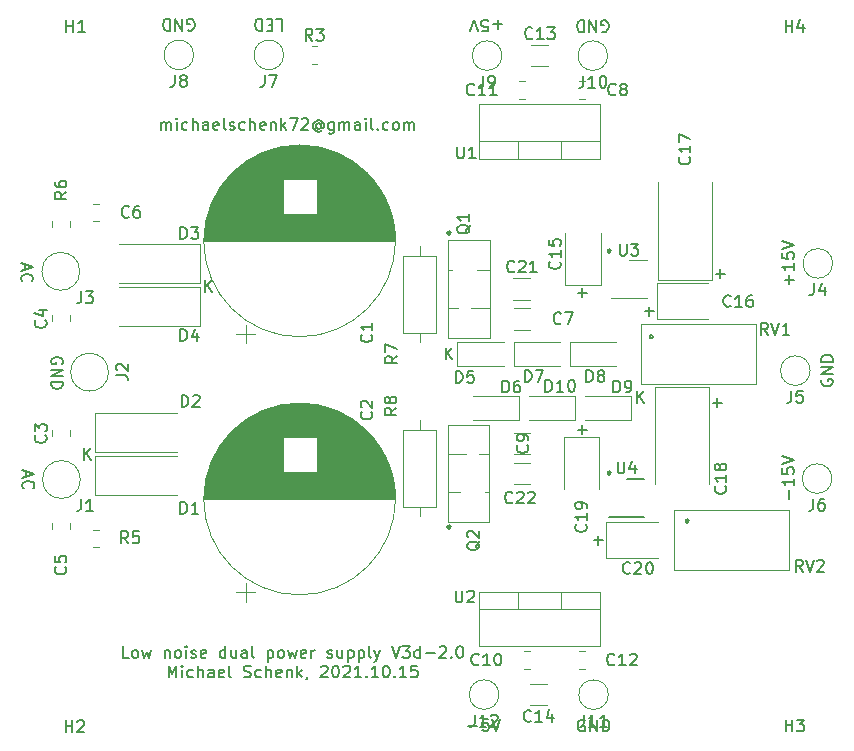
<source format=gbr>
G04 #@! TF.GenerationSoftware,KiCad,Pcbnew,(5.1.10-0-10_14)*
G04 #@! TF.CreationDate,2021-10-15T20:20:18+02:00*
G04 #@! TF.ProjectId,lv-lownoise-psu,6c762d6c-6f77-46e6-9f69-73652d707375,rev?*
G04 #@! TF.SameCoordinates,Original*
G04 #@! TF.FileFunction,Legend,Top*
G04 #@! TF.FilePolarity,Positive*
%FSLAX46Y46*%
G04 Gerber Fmt 4.6, Leading zero omitted, Abs format (unit mm)*
G04 Created by KiCad (PCBNEW (5.1.10-0-10_14)) date 2021-10-15 20:20:18*
%MOMM*%
%LPD*%
G01*
G04 APERTURE LIST*
%ADD10C,0.150000*%
%ADD11C,0.120000*%
G04 APERTURE END LIST*
D10*
X129032047Y-72397928D02*
X129793952Y-72397928D01*
X129413000Y-72778880D02*
X129413000Y-72016976D01*
X127698547Y-63063428D02*
X128460452Y-63063428D01*
X128079500Y-63444380D02*
X128079500Y-62682476D01*
X127698547Y-51442928D02*
X128460452Y-51442928D01*
X128079500Y-51823880D02*
X128079500Y-51061976D01*
X133350047Y-53030428D02*
X134111952Y-53030428D01*
X133731000Y-53411380D02*
X133731000Y-52649476D01*
X116776500Y-71143880D02*
X116681261Y-71191500D01*
X116633642Y-71286738D01*
X116681261Y-71381976D01*
X116776500Y-71429595D01*
X116871738Y-71381976D01*
X116919357Y-71286738D01*
X116871738Y-71191500D01*
X116776500Y-71143880D01*
X116776500Y-46251880D02*
X116681261Y-46299500D01*
X116633642Y-46394738D01*
X116681261Y-46489976D01*
X116776500Y-46537595D01*
X116871738Y-46489976D01*
X116919357Y-46394738D01*
X116871738Y-46299500D01*
X116776500Y-46251880D01*
X139128547Y-60777428D02*
X139890452Y-60777428D01*
X139509500Y-61158380D02*
X139509500Y-60396476D01*
X139382547Y-49855428D02*
X140144452Y-49855428D01*
X139763500Y-50236380D02*
X139763500Y-49474476D01*
X136969500Y-70635880D02*
X136874261Y-70683500D01*
X136826642Y-70778738D01*
X136874261Y-70873976D01*
X136969500Y-70921595D01*
X137064738Y-70873976D01*
X137112357Y-70778738D01*
X137064738Y-70683500D01*
X136969500Y-70635880D01*
X133921500Y-55014880D02*
X133826261Y-55062500D01*
X133778642Y-55157738D01*
X133826261Y-55252976D01*
X133921500Y-55300595D01*
X134016738Y-55252976D01*
X134064357Y-55157738D01*
X134016738Y-55062500D01*
X133921500Y-55014880D01*
X130365500Y-66571880D02*
X130270261Y-66619500D01*
X130222642Y-66714738D01*
X130270261Y-66809976D01*
X130365500Y-66857595D01*
X130460738Y-66809976D01*
X130508357Y-66714738D01*
X130460738Y-66619500D01*
X130365500Y-66571880D01*
X130365500Y-47775880D02*
X130270261Y-47823500D01*
X130222642Y-47918738D01*
X130270261Y-48013976D01*
X130365500Y-48061595D01*
X130460738Y-48013976D01*
X130508357Y-47918738D01*
X130460738Y-47823500D01*
X130365500Y-47775880D01*
X132707095Y-60777380D02*
X132707095Y-59777380D01*
X133278523Y-60777380D02*
X132849952Y-60205952D01*
X133278523Y-59777380D02*
X132707095Y-60348809D01*
X116514595Y-57094380D02*
X116514595Y-56094380D01*
X117086023Y-57094380D02*
X116657452Y-56522952D01*
X117086023Y-56094380D02*
X116514595Y-56665809D01*
X85907595Y-65603380D02*
X85907595Y-64603380D01*
X86479023Y-65603380D02*
X86050452Y-65031952D01*
X86479023Y-64603380D02*
X85907595Y-65174809D01*
X96131095Y-51379380D02*
X96131095Y-50379380D01*
X96702523Y-51379380D02*
X96273952Y-50807952D01*
X96702523Y-50379380D02*
X96131095Y-50950809D01*
X89663738Y-82367880D02*
X89187547Y-82367880D01*
X89187547Y-81367880D01*
X90139928Y-82367880D02*
X90044690Y-82320261D01*
X89997071Y-82272642D01*
X89949452Y-82177404D01*
X89949452Y-81891690D01*
X89997071Y-81796452D01*
X90044690Y-81748833D01*
X90139928Y-81701214D01*
X90282785Y-81701214D01*
X90378023Y-81748833D01*
X90425642Y-81796452D01*
X90473261Y-81891690D01*
X90473261Y-82177404D01*
X90425642Y-82272642D01*
X90378023Y-82320261D01*
X90282785Y-82367880D01*
X90139928Y-82367880D01*
X90806595Y-81701214D02*
X90997071Y-82367880D01*
X91187547Y-81891690D01*
X91378023Y-82367880D01*
X91568499Y-81701214D01*
X92711357Y-81701214D02*
X92711357Y-82367880D01*
X92711357Y-81796452D02*
X92758976Y-81748833D01*
X92854214Y-81701214D01*
X92997071Y-81701214D01*
X93092309Y-81748833D01*
X93139928Y-81844071D01*
X93139928Y-82367880D01*
X93758976Y-82367880D02*
X93663738Y-82320261D01*
X93616119Y-82272642D01*
X93568499Y-82177404D01*
X93568499Y-81891690D01*
X93616119Y-81796452D01*
X93663738Y-81748833D01*
X93758976Y-81701214D01*
X93901833Y-81701214D01*
X93997071Y-81748833D01*
X94044690Y-81796452D01*
X94092309Y-81891690D01*
X94092309Y-82177404D01*
X94044690Y-82272642D01*
X93997071Y-82320261D01*
X93901833Y-82367880D01*
X93758976Y-82367880D01*
X94520880Y-82367880D02*
X94520880Y-81701214D01*
X94520880Y-81367880D02*
X94473261Y-81415500D01*
X94520880Y-81463119D01*
X94568499Y-81415500D01*
X94520880Y-81367880D01*
X94520880Y-81463119D01*
X94949452Y-82320261D02*
X95044690Y-82367880D01*
X95235166Y-82367880D01*
X95330404Y-82320261D01*
X95378023Y-82225023D01*
X95378023Y-82177404D01*
X95330404Y-82082166D01*
X95235166Y-82034547D01*
X95092309Y-82034547D01*
X94997071Y-81986928D01*
X94949452Y-81891690D01*
X94949452Y-81844071D01*
X94997071Y-81748833D01*
X95092309Y-81701214D01*
X95235166Y-81701214D01*
X95330404Y-81748833D01*
X96187547Y-82320261D02*
X96092309Y-82367880D01*
X95901833Y-82367880D01*
X95806595Y-82320261D01*
X95758976Y-82225023D01*
X95758976Y-81844071D01*
X95806595Y-81748833D01*
X95901833Y-81701214D01*
X96092309Y-81701214D01*
X96187547Y-81748833D01*
X96235166Y-81844071D01*
X96235166Y-81939309D01*
X95758976Y-82034547D01*
X97854214Y-82367880D02*
X97854214Y-81367880D01*
X97854214Y-82320261D02*
X97758976Y-82367880D01*
X97568500Y-82367880D01*
X97473261Y-82320261D01*
X97425642Y-82272642D01*
X97378023Y-82177404D01*
X97378023Y-81891690D01*
X97425642Y-81796452D01*
X97473261Y-81748833D01*
X97568500Y-81701214D01*
X97758976Y-81701214D01*
X97854214Y-81748833D01*
X98758976Y-81701214D02*
X98758976Y-82367880D01*
X98330404Y-81701214D02*
X98330404Y-82225023D01*
X98378023Y-82320261D01*
X98473261Y-82367880D01*
X98616119Y-82367880D01*
X98711357Y-82320261D01*
X98758976Y-82272642D01*
X99663738Y-82367880D02*
X99663738Y-81844071D01*
X99616119Y-81748833D01*
X99520880Y-81701214D01*
X99330404Y-81701214D01*
X99235166Y-81748833D01*
X99663738Y-82320261D02*
X99568499Y-82367880D01*
X99330404Y-82367880D01*
X99235166Y-82320261D01*
X99187547Y-82225023D01*
X99187547Y-82129785D01*
X99235166Y-82034547D01*
X99330404Y-81986928D01*
X99568499Y-81986928D01*
X99663738Y-81939309D01*
X100282785Y-82367880D02*
X100187547Y-82320261D01*
X100139928Y-82225023D01*
X100139928Y-81367880D01*
X101425642Y-81701214D02*
X101425642Y-82701214D01*
X101425642Y-81748833D02*
X101520880Y-81701214D01*
X101711357Y-81701214D01*
X101806595Y-81748833D01*
X101854214Y-81796452D01*
X101901833Y-81891690D01*
X101901833Y-82177404D01*
X101854214Y-82272642D01*
X101806595Y-82320261D01*
X101711357Y-82367880D01*
X101520880Y-82367880D01*
X101425642Y-82320261D01*
X102473261Y-82367880D02*
X102378023Y-82320261D01*
X102330404Y-82272642D01*
X102282785Y-82177404D01*
X102282785Y-81891690D01*
X102330404Y-81796452D01*
X102378023Y-81748833D01*
X102473261Y-81701214D01*
X102616119Y-81701214D01*
X102711357Y-81748833D01*
X102758976Y-81796452D01*
X102806595Y-81891690D01*
X102806595Y-82177404D01*
X102758976Y-82272642D01*
X102711357Y-82320261D01*
X102616119Y-82367880D01*
X102473261Y-82367880D01*
X103139928Y-81701214D02*
X103330404Y-82367880D01*
X103520880Y-81891690D01*
X103711357Y-82367880D01*
X103901833Y-81701214D01*
X104663738Y-82320261D02*
X104568499Y-82367880D01*
X104378023Y-82367880D01*
X104282785Y-82320261D01*
X104235166Y-82225023D01*
X104235166Y-81844071D01*
X104282785Y-81748833D01*
X104378023Y-81701214D01*
X104568499Y-81701214D01*
X104663738Y-81748833D01*
X104711357Y-81844071D01*
X104711357Y-81939309D01*
X104235166Y-82034547D01*
X105139928Y-82367880D02*
X105139928Y-81701214D01*
X105139928Y-81891690D02*
X105187547Y-81796452D01*
X105235166Y-81748833D01*
X105330404Y-81701214D01*
X105425642Y-81701214D01*
X106473261Y-82320261D02*
X106568500Y-82367880D01*
X106758976Y-82367880D01*
X106854214Y-82320261D01*
X106901833Y-82225023D01*
X106901833Y-82177404D01*
X106854214Y-82082166D01*
X106758976Y-82034547D01*
X106616119Y-82034547D01*
X106520880Y-81986928D01*
X106473261Y-81891690D01*
X106473261Y-81844071D01*
X106520880Y-81748833D01*
X106616119Y-81701214D01*
X106758976Y-81701214D01*
X106854214Y-81748833D01*
X107758976Y-81701214D02*
X107758976Y-82367880D01*
X107330404Y-81701214D02*
X107330404Y-82225023D01*
X107378023Y-82320261D01*
X107473261Y-82367880D01*
X107616119Y-82367880D01*
X107711357Y-82320261D01*
X107758976Y-82272642D01*
X108235166Y-81701214D02*
X108235166Y-82701214D01*
X108235166Y-81748833D02*
X108330404Y-81701214D01*
X108520880Y-81701214D01*
X108616119Y-81748833D01*
X108663738Y-81796452D01*
X108711357Y-81891690D01*
X108711357Y-82177404D01*
X108663738Y-82272642D01*
X108616119Y-82320261D01*
X108520880Y-82367880D01*
X108330404Y-82367880D01*
X108235166Y-82320261D01*
X109139928Y-81701214D02*
X109139928Y-82701214D01*
X109139928Y-81748833D02*
X109235166Y-81701214D01*
X109425642Y-81701214D01*
X109520880Y-81748833D01*
X109568499Y-81796452D01*
X109616119Y-81891690D01*
X109616119Y-82177404D01*
X109568499Y-82272642D01*
X109520880Y-82320261D01*
X109425642Y-82367880D01*
X109235166Y-82367880D01*
X109139928Y-82320261D01*
X110187547Y-82367880D02*
X110092309Y-82320261D01*
X110044690Y-82225023D01*
X110044690Y-81367880D01*
X110473261Y-81701214D02*
X110711357Y-82367880D01*
X110949452Y-81701214D02*
X110711357Y-82367880D01*
X110616119Y-82605976D01*
X110568499Y-82653595D01*
X110473261Y-82701214D01*
X111949452Y-81367880D02*
X112282785Y-82367880D01*
X112616119Y-81367880D01*
X112854214Y-81367880D02*
X113473261Y-81367880D01*
X113139928Y-81748833D01*
X113282785Y-81748833D01*
X113378023Y-81796452D01*
X113425642Y-81844071D01*
X113473261Y-81939309D01*
X113473261Y-82177404D01*
X113425642Y-82272642D01*
X113378023Y-82320261D01*
X113282785Y-82367880D01*
X112997071Y-82367880D01*
X112901833Y-82320261D01*
X112854214Y-82272642D01*
X114330404Y-82367880D02*
X114330404Y-81367880D01*
X114330404Y-82320261D02*
X114235166Y-82367880D01*
X114044690Y-82367880D01*
X113949452Y-82320261D01*
X113901833Y-82272642D01*
X113854214Y-82177404D01*
X113854214Y-81891690D01*
X113901833Y-81796452D01*
X113949452Y-81748833D01*
X114044690Y-81701214D01*
X114235166Y-81701214D01*
X114330404Y-81748833D01*
X114806595Y-81986928D02*
X115568499Y-81986928D01*
X115997071Y-81463119D02*
X116044690Y-81415500D01*
X116139928Y-81367880D01*
X116378023Y-81367880D01*
X116473261Y-81415500D01*
X116520880Y-81463119D01*
X116568499Y-81558357D01*
X116568499Y-81653595D01*
X116520880Y-81796452D01*
X115949452Y-82367880D01*
X116568499Y-82367880D01*
X116997071Y-82272642D02*
X117044690Y-82320261D01*
X116997071Y-82367880D01*
X116949452Y-82320261D01*
X116997071Y-82272642D01*
X116997071Y-82367880D01*
X117663738Y-81367880D02*
X117758976Y-81367880D01*
X117854214Y-81415500D01*
X117901833Y-81463119D01*
X117949452Y-81558357D01*
X117997071Y-81748833D01*
X117997071Y-81986928D01*
X117949452Y-82177404D01*
X117901833Y-82272642D01*
X117854214Y-82320261D01*
X117758976Y-82367880D01*
X117663738Y-82367880D01*
X117568499Y-82320261D01*
X117520880Y-82272642D01*
X117473261Y-82177404D01*
X117425642Y-81986928D01*
X117425642Y-81748833D01*
X117473261Y-81558357D01*
X117520880Y-81463119D01*
X117568499Y-81415500D01*
X117663738Y-81367880D01*
X93044690Y-84017880D02*
X93044690Y-83017880D01*
X93378023Y-83732166D01*
X93711357Y-83017880D01*
X93711357Y-84017880D01*
X94187547Y-84017880D02*
X94187547Y-83351214D01*
X94187547Y-83017880D02*
X94139928Y-83065500D01*
X94187547Y-83113119D01*
X94235166Y-83065500D01*
X94187547Y-83017880D01*
X94187547Y-83113119D01*
X95092309Y-83970261D02*
X94997071Y-84017880D01*
X94806595Y-84017880D01*
X94711357Y-83970261D01*
X94663738Y-83922642D01*
X94616119Y-83827404D01*
X94616119Y-83541690D01*
X94663738Y-83446452D01*
X94711357Y-83398833D01*
X94806595Y-83351214D01*
X94997071Y-83351214D01*
X95092309Y-83398833D01*
X95520880Y-84017880D02*
X95520880Y-83017880D01*
X95949452Y-84017880D02*
X95949452Y-83494071D01*
X95901833Y-83398833D01*
X95806595Y-83351214D01*
X95663738Y-83351214D01*
X95568500Y-83398833D01*
X95520880Y-83446452D01*
X96854214Y-84017880D02*
X96854214Y-83494071D01*
X96806595Y-83398833D01*
X96711357Y-83351214D01*
X96520880Y-83351214D01*
X96425642Y-83398833D01*
X96854214Y-83970261D02*
X96758976Y-84017880D01*
X96520880Y-84017880D01*
X96425642Y-83970261D01*
X96378023Y-83875023D01*
X96378023Y-83779785D01*
X96425642Y-83684547D01*
X96520880Y-83636928D01*
X96758976Y-83636928D01*
X96854214Y-83589309D01*
X97711357Y-83970261D02*
X97616119Y-84017880D01*
X97425642Y-84017880D01*
X97330404Y-83970261D01*
X97282785Y-83875023D01*
X97282785Y-83494071D01*
X97330404Y-83398833D01*
X97425642Y-83351214D01*
X97616119Y-83351214D01*
X97711357Y-83398833D01*
X97758976Y-83494071D01*
X97758976Y-83589309D01*
X97282785Y-83684547D01*
X98330404Y-84017880D02*
X98235166Y-83970261D01*
X98187547Y-83875023D01*
X98187547Y-83017880D01*
X99425642Y-83970261D02*
X99568500Y-84017880D01*
X99806595Y-84017880D01*
X99901833Y-83970261D01*
X99949452Y-83922642D01*
X99997071Y-83827404D01*
X99997071Y-83732166D01*
X99949452Y-83636928D01*
X99901833Y-83589309D01*
X99806595Y-83541690D01*
X99616119Y-83494071D01*
X99520880Y-83446452D01*
X99473261Y-83398833D01*
X99425642Y-83303595D01*
X99425642Y-83208357D01*
X99473261Y-83113119D01*
X99520880Y-83065500D01*
X99616119Y-83017880D01*
X99854214Y-83017880D01*
X99997071Y-83065500D01*
X100854214Y-83970261D02*
X100758976Y-84017880D01*
X100568500Y-84017880D01*
X100473261Y-83970261D01*
X100425642Y-83922642D01*
X100378023Y-83827404D01*
X100378023Y-83541690D01*
X100425642Y-83446452D01*
X100473261Y-83398833D01*
X100568500Y-83351214D01*
X100758976Y-83351214D01*
X100854214Y-83398833D01*
X101282785Y-84017880D02*
X101282785Y-83017880D01*
X101711357Y-84017880D02*
X101711357Y-83494071D01*
X101663738Y-83398833D01*
X101568500Y-83351214D01*
X101425642Y-83351214D01*
X101330404Y-83398833D01*
X101282785Y-83446452D01*
X102568500Y-83970261D02*
X102473261Y-84017880D01*
X102282785Y-84017880D01*
X102187547Y-83970261D01*
X102139928Y-83875023D01*
X102139928Y-83494071D01*
X102187547Y-83398833D01*
X102282785Y-83351214D01*
X102473261Y-83351214D01*
X102568500Y-83398833D01*
X102616119Y-83494071D01*
X102616119Y-83589309D01*
X102139928Y-83684547D01*
X103044690Y-83351214D02*
X103044690Y-84017880D01*
X103044690Y-83446452D02*
X103092309Y-83398833D01*
X103187547Y-83351214D01*
X103330404Y-83351214D01*
X103425642Y-83398833D01*
X103473261Y-83494071D01*
X103473261Y-84017880D01*
X103949452Y-84017880D02*
X103949452Y-83017880D01*
X104044690Y-83636928D02*
X104330404Y-84017880D01*
X104330404Y-83351214D02*
X103949452Y-83732166D01*
X104806595Y-83970261D02*
X104806595Y-84017880D01*
X104758976Y-84113119D01*
X104711357Y-84160738D01*
X105949452Y-83113119D02*
X105997071Y-83065500D01*
X106092309Y-83017880D01*
X106330404Y-83017880D01*
X106425642Y-83065500D01*
X106473261Y-83113119D01*
X106520880Y-83208357D01*
X106520880Y-83303595D01*
X106473261Y-83446452D01*
X105901833Y-84017880D01*
X106520880Y-84017880D01*
X107139928Y-83017880D02*
X107235166Y-83017880D01*
X107330404Y-83065500D01*
X107378023Y-83113119D01*
X107425642Y-83208357D01*
X107473261Y-83398833D01*
X107473261Y-83636928D01*
X107425642Y-83827404D01*
X107378023Y-83922642D01*
X107330404Y-83970261D01*
X107235166Y-84017880D01*
X107139928Y-84017880D01*
X107044690Y-83970261D01*
X106997071Y-83922642D01*
X106949452Y-83827404D01*
X106901833Y-83636928D01*
X106901833Y-83398833D01*
X106949452Y-83208357D01*
X106997071Y-83113119D01*
X107044690Y-83065500D01*
X107139928Y-83017880D01*
X107854214Y-83113119D02*
X107901833Y-83065500D01*
X107997071Y-83017880D01*
X108235166Y-83017880D01*
X108330404Y-83065500D01*
X108378023Y-83113119D01*
X108425642Y-83208357D01*
X108425642Y-83303595D01*
X108378023Y-83446452D01*
X107806595Y-84017880D01*
X108425642Y-84017880D01*
X109378023Y-84017880D02*
X108806595Y-84017880D01*
X109092309Y-84017880D02*
X109092309Y-83017880D01*
X108997071Y-83160738D01*
X108901833Y-83255976D01*
X108806595Y-83303595D01*
X109806595Y-83922642D02*
X109854214Y-83970261D01*
X109806595Y-84017880D01*
X109758976Y-83970261D01*
X109806595Y-83922642D01*
X109806595Y-84017880D01*
X110806595Y-84017880D02*
X110235166Y-84017880D01*
X110520880Y-84017880D02*
X110520880Y-83017880D01*
X110425642Y-83160738D01*
X110330404Y-83255976D01*
X110235166Y-83303595D01*
X111425642Y-83017880D02*
X111520880Y-83017880D01*
X111616119Y-83065500D01*
X111663738Y-83113119D01*
X111711357Y-83208357D01*
X111758976Y-83398833D01*
X111758976Y-83636928D01*
X111711357Y-83827404D01*
X111663738Y-83922642D01*
X111616119Y-83970261D01*
X111520880Y-84017880D01*
X111425642Y-84017880D01*
X111330404Y-83970261D01*
X111282785Y-83922642D01*
X111235166Y-83827404D01*
X111187547Y-83636928D01*
X111187547Y-83398833D01*
X111235166Y-83208357D01*
X111282785Y-83113119D01*
X111330404Y-83065500D01*
X111425642Y-83017880D01*
X112187547Y-83922642D02*
X112235166Y-83970261D01*
X112187547Y-84017880D01*
X112139928Y-83970261D01*
X112187547Y-83922642D01*
X112187547Y-84017880D01*
X113187547Y-84017880D02*
X112616119Y-84017880D01*
X112901833Y-84017880D02*
X112901833Y-83017880D01*
X112806595Y-83160738D01*
X112711357Y-83255976D01*
X112616119Y-83303595D01*
X114092309Y-83017880D02*
X113616119Y-83017880D01*
X113568500Y-83494071D01*
X113616119Y-83446452D01*
X113711357Y-83398833D01*
X113949452Y-83398833D01*
X114044690Y-83446452D01*
X114092309Y-83494071D01*
X114139928Y-83589309D01*
X114139928Y-83827404D01*
X114092309Y-83922642D01*
X114044690Y-83970261D01*
X113949452Y-84017880D01*
X113711357Y-84017880D01*
X113616119Y-83970261D01*
X113568500Y-83922642D01*
X129730404Y-29329000D02*
X129825642Y-29376619D01*
X129968500Y-29376619D01*
X130111357Y-29329000D01*
X130206595Y-29233761D01*
X130254214Y-29138523D01*
X130301833Y-28948047D01*
X130301833Y-28805190D01*
X130254214Y-28614714D01*
X130206595Y-28519476D01*
X130111357Y-28424238D01*
X129968500Y-28376619D01*
X129873261Y-28376619D01*
X129730404Y-28424238D01*
X129682785Y-28471857D01*
X129682785Y-28805190D01*
X129873261Y-28805190D01*
X129254214Y-28376619D02*
X129254214Y-29376619D01*
X128682785Y-28376619D01*
X128682785Y-29376619D01*
X128206595Y-28376619D02*
X128206595Y-29376619D01*
X127968500Y-29376619D01*
X127825642Y-29329000D01*
X127730404Y-29233761D01*
X127682785Y-29138523D01*
X127635166Y-28948047D01*
X127635166Y-28805190D01*
X127682785Y-28614714D01*
X127730404Y-28519476D01*
X127825642Y-28424238D01*
X127968500Y-28376619D01*
X128206595Y-28376619D01*
X121300714Y-28694071D02*
X120538809Y-28694071D01*
X120919761Y-28313119D02*
X120919761Y-29075023D01*
X119586428Y-29313119D02*
X120062619Y-29313119D01*
X120110238Y-28836928D01*
X120062619Y-28884547D01*
X119967380Y-28932166D01*
X119729285Y-28932166D01*
X119634047Y-28884547D01*
X119586428Y-28836928D01*
X119538809Y-28741690D01*
X119538809Y-28503595D01*
X119586428Y-28408357D01*
X119634047Y-28360738D01*
X119729285Y-28313119D01*
X119967380Y-28313119D01*
X120062619Y-28360738D01*
X120110238Y-28408357D01*
X119253095Y-29313119D02*
X118919761Y-28313119D01*
X118586428Y-29313119D01*
X118411785Y-88145928D02*
X119173690Y-88145928D01*
X120126071Y-87526880D02*
X119649880Y-87526880D01*
X119602261Y-88003071D01*
X119649880Y-87955452D01*
X119745119Y-87907833D01*
X119983214Y-87907833D01*
X120078452Y-87955452D01*
X120126071Y-88003071D01*
X120173690Y-88098309D01*
X120173690Y-88336404D01*
X120126071Y-88431642D01*
X120078452Y-88479261D01*
X119983214Y-88526880D01*
X119745119Y-88526880D01*
X119649880Y-88479261D01*
X119602261Y-88431642D01*
X120459404Y-87526880D02*
X120792738Y-88526880D01*
X121126071Y-87526880D01*
X128270095Y-87638000D02*
X128174857Y-87590380D01*
X128032000Y-87590380D01*
X127889142Y-87638000D01*
X127793904Y-87733238D01*
X127746285Y-87828476D01*
X127698666Y-88018952D01*
X127698666Y-88161809D01*
X127746285Y-88352285D01*
X127793904Y-88447523D01*
X127889142Y-88542761D01*
X128032000Y-88590380D01*
X128127238Y-88590380D01*
X128270095Y-88542761D01*
X128317714Y-88495142D01*
X128317714Y-88161809D01*
X128127238Y-88161809D01*
X128746285Y-88590380D02*
X128746285Y-87590380D01*
X129317714Y-88590380D01*
X129317714Y-87590380D01*
X129793904Y-88590380D02*
X129793904Y-87590380D01*
X130032000Y-87590380D01*
X130174857Y-87638000D01*
X130270095Y-87733238D01*
X130317714Y-87828476D01*
X130365333Y-88018952D01*
X130365333Y-88161809D01*
X130317714Y-88352285D01*
X130270095Y-88447523D01*
X130174857Y-88542761D01*
X130032000Y-88590380D01*
X129793904Y-88590380D01*
X94678404Y-29202000D02*
X94773642Y-29249619D01*
X94916500Y-29249619D01*
X95059357Y-29202000D01*
X95154595Y-29106761D01*
X95202214Y-29011523D01*
X95249833Y-28821047D01*
X95249833Y-28678190D01*
X95202214Y-28487714D01*
X95154595Y-28392476D01*
X95059357Y-28297238D01*
X94916500Y-28249619D01*
X94821261Y-28249619D01*
X94678404Y-28297238D01*
X94630785Y-28344857D01*
X94630785Y-28678190D01*
X94821261Y-28678190D01*
X94202214Y-28249619D02*
X94202214Y-29249619D01*
X93630785Y-28249619D01*
X93630785Y-29249619D01*
X93154595Y-28249619D02*
X93154595Y-29249619D01*
X92916500Y-29249619D01*
X92773642Y-29202000D01*
X92678404Y-29106761D01*
X92630785Y-29011523D01*
X92583166Y-28821047D01*
X92583166Y-28678190D01*
X92630785Y-28487714D01*
X92678404Y-28392476D01*
X92773642Y-28297238D01*
X92916500Y-28249619D01*
X93154595Y-28249619D01*
X102179357Y-28249619D02*
X102655547Y-28249619D01*
X102655547Y-29249619D01*
X101846023Y-28773428D02*
X101512690Y-28773428D01*
X101369833Y-28249619D02*
X101846023Y-28249619D01*
X101846023Y-29249619D01*
X101369833Y-29249619D01*
X100941261Y-28249619D02*
X100941261Y-29249619D01*
X100703166Y-29249619D01*
X100560309Y-29202000D01*
X100465071Y-29106761D01*
X100417452Y-29011523D01*
X100369833Y-28821047D01*
X100369833Y-28678190D01*
X100417452Y-28487714D01*
X100465071Y-28392476D01*
X100560309Y-28297238D01*
X100703166Y-28249619D01*
X100941261Y-28249619D01*
X92409714Y-37663380D02*
X92409714Y-36996714D01*
X92409714Y-37091952D02*
X92457333Y-37044333D01*
X92552571Y-36996714D01*
X92695428Y-36996714D01*
X92790666Y-37044333D01*
X92838285Y-37139571D01*
X92838285Y-37663380D01*
X92838285Y-37139571D02*
X92885904Y-37044333D01*
X92981142Y-36996714D01*
X93124000Y-36996714D01*
X93219238Y-37044333D01*
X93266857Y-37139571D01*
X93266857Y-37663380D01*
X93743047Y-37663380D02*
X93743047Y-36996714D01*
X93743047Y-36663380D02*
X93695428Y-36711000D01*
X93743047Y-36758619D01*
X93790666Y-36711000D01*
X93743047Y-36663380D01*
X93743047Y-36758619D01*
X94647809Y-37615761D02*
X94552571Y-37663380D01*
X94362095Y-37663380D01*
X94266857Y-37615761D01*
X94219238Y-37568142D01*
X94171619Y-37472904D01*
X94171619Y-37187190D01*
X94219238Y-37091952D01*
X94266857Y-37044333D01*
X94362095Y-36996714D01*
X94552571Y-36996714D01*
X94647809Y-37044333D01*
X95076380Y-37663380D02*
X95076380Y-36663380D01*
X95504952Y-37663380D02*
X95504952Y-37139571D01*
X95457333Y-37044333D01*
X95362095Y-36996714D01*
X95219238Y-36996714D01*
X95124000Y-37044333D01*
X95076380Y-37091952D01*
X96409714Y-37663380D02*
X96409714Y-37139571D01*
X96362095Y-37044333D01*
X96266857Y-36996714D01*
X96076380Y-36996714D01*
X95981142Y-37044333D01*
X96409714Y-37615761D02*
X96314476Y-37663380D01*
X96076380Y-37663380D01*
X95981142Y-37615761D01*
X95933523Y-37520523D01*
X95933523Y-37425285D01*
X95981142Y-37330047D01*
X96076380Y-37282428D01*
X96314476Y-37282428D01*
X96409714Y-37234809D01*
X97266857Y-37615761D02*
X97171619Y-37663380D01*
X96981142Y-37663380D01*
X96885904Y-37615761D01*
X96838285Y-37520523D01*
X96838285Y-37139571D01*
X96885904Y-37044333D01*
X96981142Y-36996714D01*
X97171619Y-36996714D01*
X97266857Y-37044333D01*
X97314476Y-37139571D01*
X97314476Y-37234809D01*
X96838285Y-37330047D01*
X97885904Y-37663380D02*
X97790666Y-37615761D01*
X97743047Y-37520523D01*
X97743047Y-36663380D01*
X98219238Y-37615761D02*
X98314476Y-37663380D01*
X98504952Y-37663380D01*
X98600190Y-37615761D01*
X98647809Y-37520523D01*
X98647809Y-37472904D01*
X98600190Y-37377666D01*
X98504952Y-37330047D01*
X98362095Y-37330047D01*
X98266857Y-37282428D01*
X98219238Y-37187190D01*
X98219238Y-37139571D01*
X98266857Y-37044333D01*
X98362095Y-36996714D01*
X98504952Y-36996714D01*
X98600190Y-37044333D01*
X99504952Y-37615761D02*
X99409714Y-37663380D01*
X99219238Y-37663380D01*
X99124000Y-37615761D01*
X99076380Y-37568142D01*
X99028761Y-37472904D01*
X99028761Y-37187190D01*
X99076380Y-37091952D01*
X99124000Y-37044333D01*
X99219238Y-36996714D01*
X99409714Y-36996714D01*
X99504952Y-37044333D01*
X99933523Y-37663380D02*
X99933523Y-36663380D01*
X100362095Y-37663380D02*
X100362095Y-37139571D01*
X100314476Y-37044333D01*
X100219238Y-36996714D01*
X100076380Y-36996714D01*
X99981142Y-37044333D01*
X99933523Y-37091952D01*
X101219238Y-37615761D02*
X101124000Y-37663380D01*
X100933523Y-37663380D01*
X100838285Y-37615761D01*
X100790666Y-37520523D01*
X100790666Y-37139571D01*
X100838285Y-37044333D01*
X100933523Y-36996714D01*
X101124000Y-36996714D01*
X101219238Y-37044333D01*
X101266857Y-37139571D01*
X101266857Y-37234809D01*
X100790666Y-37330047D01*
X101695428Y-36996714D02*
X101695428Y-37663380D01*
X101695428Y-37091952D02*
X101743047Y-37044333D01*
X101838285Y-36996714D01*
X101981142Y-36996714D01*
X102076380Y-37044333D01*
X102124000Y-37139571D01*
X102124000Y-37663380D01*
X102600190Y-37663380D02*
X102600190Y-36663380D01*
X102695428Y-37282428D02*
X102981142Y-37663380D01*
X102981142Y-36996714D02*
X102600190Y-37377666D01*
X103314476Y-36663380D02*
X103981142Y-36663380D01*
X103552571Y-37663380D01*
X104314476Y-36758619D02*
X104362095Y-36711000D01*
X104457333Y-36663380D01*
X104695428Y-36663380D01*
X104790666Y-36711000D01*
X104838285Y-36758619D01*
X104885904Y-36853857D01*
X104885904Y-36949095D01*
X104838285Y-37091952D01*
X104266857Y-37663380D01*
X104885904Y-37663380D01*
X105933523Y-37187190D02*
X105885904Y-37139571D01*
X105790666Y-37091952D01*
X105695428Y-37091952D01*
X105600190Y-37139571D01*
X105552571Y-37187190D01*
X105504952Y-37282428D01*
X105504952Y-37377666D01*
X105552571Y-37472904D01*
X105600190Y-37520523D01*
X105695428Y-37568142D01*
X105790666Y-37568142D01*
X105885904Y-37520523D01*
X105933523Y-37472904D01*
X105933523Y-37091952D02*
X105933523Y-37472904D01*
X105981142Y-37520523D01*
X106028761Y-37520523D01*
X106124000Y-37472904D01*
X106171619Y-37377666D01*
X106171619Y-37139571D01*
X106076380Y-36996714D01*
X105933523Y-36901476D01*
X105743047Y-36853857D01*
X105552571Y-36901476D01*
X105409714Y-36996714D01*
X105314476Y-37139571D01*
X105266857Y-37330047D01*
X105314476Y-37520523D01*
X105409714Y-37663380D01*
X105552571Y-37758619D01*
X105743047Y-37806238D01*
X105933523Y-37758619D01*
X106076380Y-37663380D01*
X107028761Y-36996714D02*
X107028761Y-37806238D01*
X106981142Y-37901476D01*
X106933523Y-37949095D01*
X106838285Y-37996714D01*
X106695428Y-37996714D01*
X106600190Y-37949095D01*
X107028761Y-37615761D02*
X106933523Y-37663380D01*
X106743047Y-37663380D01*
X106647809Y-37615761D01*
X106600190Y-37568142D01*
X106552571Y-37472904D01*
X106552571Y-37187190D01*
X106600190Y-37091952D01*
X106647809Y-37044333D01*
X106743047Y-36996714D01*
X106933523Y-36996714D01*
X107028761Y-37044333D01*
X107504952Y-37663380D02*
X107504952Y-36996714D01*
X107504952Y-37091952D02*
X107552571Y-37044333D01*
X107647809Y-36996714D01*
X107790666Y-36996714D01*
X107885904Y-37044333D01*
X107933523Y-37139571D01*
X107933523Y-37663380D01*
X107933523Y-37139571D02*
X107981142Y-37044333D01*
X108076380Y-36996714D01*
X108219238Y-36996714D01*
X108314476Y-37044333D01*
X108362095Y-37139571D01*
X108362095Y-37663380D01*
X109266857Y-37663380D02*
X109266857Y-37139571D01*
X109219238Y-37044333D01*
X109124000Y-36996714D01*
X108933523Y-36996714D01*
X108838285Y-37044333D01*
X109266857Y-37615761D02*
X109171619Y-37663380D01*
X108933523Y-37663380D01*
X108838285Y-37615761D01*
X108790666Y-37520523D01*
X108790666Y-37425285D01*
X108838285Y-37330047D01*
X108933523Y-37282428D01*
X109171619Y-37282428D01*
X109266857Y-37234809D01*
X109743047Y-37663380D02*
X109743047Y-36996714D01*
X109743047Y-36663380D02*
X109695428Y-36711000D01*
X109743047Y-36758619D01*
X109790666Y-36711000D01*
X109743047Y-36663380D01*
X109743047Y-36758619D01*
X110362095Y-37663380D02*
X110266857Y-37615761D01*
X110219238Y-37520523D01*
X110219238Y-36663380D01*
X110743047Y-37568142D02*
X110790666Y-37615761D01*
X110743047Y-37663380D01*
X110695428Y-37615761D01*
X110743047Y-37568142D01*
X110743047Y-37663380D01*
X111647809Y-37615761D02*
X111552571Y-37663380D01*
X111362095Y-37663380D01*
X111266857Y-37615761D01*
X111219238Y-37568142D01*
X111171619Y-37472904D01*
X111171619Y-37187190D01*
X111219238Y-37091952D01*
X111266857Y-37044333D01*
X111362095Y-36996714D01*
X111552571Y-36996714D01*
X111647809Y-37044333D01*
X112219238Y-37663380D02*
X112124000Y-37615761D01*
X112076380Y-37568142D01*
X112028761Y-37472904D01*
X112028761Y-37187190D01*
X112076380Y-37091952D01*
X112124000Y-37044333D01*
X112219238Y-36996714D01*
X112362095Y-36996714D01*
X112457333Y-37044333D01*
X112504952Y-37091952D01*
X112552571Y-37187190D01*
X112552571Y-37472904D01*
X112504952Y-37568142D01*
X112457333Y-37615761D01*
X112362095Y-37663380D01*
X112219238Y-37663380D01*
X112981142Y-37663380D02*
X112981142Y-36996714D01*
X112981142Y-37091952D02*
X113028761Y-37044333D01*
X113124000Y-36996714D01*
X113266857Y-36996714D01*
X113362095Y-37044333D01*
X113409714Y-37139571D01*
X113409714Y-37663380D01*
X113409714Y-37139571D02*
X113457333Y-37044333D01*
X113552571Y-36996714D01*
X113695428Y-36996714D01*
X113790666Y-37044333D01*
X113838285Y-37139571D01*
X113838285Y-37663380D01*
X84066000Y-57467595D02*
X84113619Y-57372357D01*
X84113619Y-57229500D01*
X84066000Y-57086642D01*
X83970761Y-56991404D01*
X83875523Y-56943785D01*
X83685047Y-56896166D01*
X83542190Y-56896166D01*
X83351714Y-56943785D01*
X83256476Y-56991404D01*
X83161238Y-57086642D01*
X83113619Y-57229500D01*
X83113619Y-57324738D01*
X83161238Y-57467595D01*
X83208857Y-57515214D01*
X83542190Y-57515214D01*
X83542190Y-57324738D01*
X83113619Y-57943785D02*
X84113619Y-57943785D01*
X83113619Y-58515214D01*
X84113619Y-58515214D01*
X83113619Y-58991404D02*
X84113619Y-58991404D01*
X84113619Y-59229500D01*
X84066000Y-59372357D01*
X83970761Y-59467595D01*
X83875523Y-59515214D01*
X83685047Y-59562833D01*
X83542190Y-59562833D01*
X83351714Y-59515214D01*
X83256476Y-59467595D01*
X83161238Y-59372357D01*
X83113619Y-59229500D01*
X83113619Y-58991404D01*
X80960933Y-66521104D02*
X80960933Y-66997295D01*
X80675219Y-66425866D02*
X81675219Y-66759200D01*
X80675219Y-67092533D01*
X80770457Y-67997295D02*
X80722838Y-67949676D01*
X80675219Y-67806819D01*
X80675219Y-67711580D01*
X80722838Y-67568723D01*
X80818076Y-67473485D01*
X80913314Y-67425866D01*
X81103790Y-67378247D01*
X81246647Y-67378247D01*
X81437123Y-67425866D01*
X81532361Y-67473485D01*
X81627600Y-67568723D01*
X81675219Y-67711580D01*
X81675219Y-67806819D01*
X81627600Y-67949676D01*
X81579980Y-67997295D01*
X80859333Y-48995104D02*
X80859333Y-49471295D01*
X80573619Y-48899866D02*
X81573619Y-49233200D01*
X80573619Y-49566533D01*
X80668857Y-50471295D02*
X80621238Y-50423676D01*
X80573619Y-50280819D01*
X80573619Y-50185580D01*
X80621238Y-50042723D01*
X80716476Y-49947485D01*
X80811714Y-49899866D01*
X81002190Y-49852247D01*
X81145047Y-49852247D01*
X81335523Y-49899866D01*
X81430761Y-49947485D01*
X81526000Y-50042723D01*
X81573619Y-50185580D01*
X81573619Y-50280819D01*
X81526000Y-50423676D01*
X81478380Y-50471295D01*
X145613428Y-68944904D02*
X145613428Y-68183000D01*
X145994380Y-67183000D02*
X145994380Y-67754428D01*
X145994380Y-67468714D02*
X144994380Y-67468714D01*
X145137238Y-67563952D01*
X145232476Y-67659190D01*
X145280095Y-67754428D01*
X144994380Y-66278238D02*
X144994380Y-66754428D01*
X145470571Y-66802047D01*
X145422952Y-66754428D01*
X145375333Y-66659190D01*
X145375333Y-66421095D01*
X145422952Y-66325857D01*
X145470571Y-66278238D01*
X145565809Y-66230619D01*
X145803904Y-66230619D01*
X145899142Y-66278238D01*
X145946761Y-66325857D01*
X145994380Y-66421095D01*
X145994380Y-66659190D01*
X145946761Y-66754428D01*
X145899142Y-66802047D01*
X144994380Y-65944904D02*
X145994380Y-65611571D01*
X144994380Y-65278238D01*
X148344000Y-58800904D02*
X148296380Y-58896142D01*
X148296380Y-59039000D01*
X148344000Y-59181857D01*
X148439238Y-59277095D01*
X148534476Y-59324714D01*
X148724952Y-59372333D01*
X148867809Y-59372333D01*
X149058285Y-59324714D01*
X149153523Y-59277095D01*
X149248761Y-59181857D01*
X149296380Y-59039000D01*
X149296380Y-58943761D01*
X149248761Y-58800904D01*
X149201142Y-58753285D01*
X148867809Y-58753285D01*
X148867809Y-58943761D01*
X149296380Y-58324714D02*
X148296380Y-58324714D01*
X149296380Y-57753285D01*
X148296380Y-57753285D01*
X149296380Y-57277095D02*
X148296380Y-57277095D01*
X148296380Y-57039000D01*
X148344000Y-56896142D01*
X148439238Y-56800904D01*
X148534476Y-56753285D01*
X148724952Y-56705666D01*
X148867809Y-56705666D01*
X149058285Y-56753285D01*
X149153523Y-56800904D01*
X149248761Y-56896142D01*
X149296380Y-57039000D01*
X149296380Y-57277095D01*
X145613428Y-50720404D02*
X145613428Y-49958500D01*
X145994380Y-50339452D02*
X145232476Y-50339452D01*
X145994380Y-48958500D02*
X145994380Y-49529928D01*
X145994380Y-49244214D02*
X144994380Y-49244214D01*
X145137238Y-49339452D01*
X145232476Y-49434690D01*
X145280095Y-49529928D01*
X144994380Y-48053738D02*
X144994380Y-48529928D01*
X145470571Y-48577547D01*
X145422952Y-48529928D01*
X145375333Y-48434690D01*
X145375333Y-48196595D01*
X145422952Y-48101357D01*
X145470571Y-48053738D01*
X145565809Y-48006119D01*
X145803904Y-48006119D01*
X145899142Y-48053738D01*
X145946761Y-48101357D01*
X145994380Y-48196595D01*
X145994380Y-48434690D01*
X145946761Y-48529928D01*
X145899142Y-48577547D01*
X144994380Y-47720404D02*
X145994380Y-47387071D01*
X144994380Y-47053738D01*
D11*
X123685752Y-65828500D02*
X122263248Y-65828500D01*
X123685752Y-67648500D02*
X122263248Y-67648500D01*
X122249748Y-52027500D02*
X123672252Y-52027500D01*
X122249748Y-50207500D02*
X123672252Y-50207500D01*
D10*
X131826000Y-67209000D02*
X133326000Y-67209000D01*
X130326000Y-70459000D02*
X133326000Y-70459000D01*
D11*
X130117500Y-73900000D02*
X134502500Y-73900000D01*
X130117500Y-70880000D02*
X130117500Y-73900000D01*
X134502500Y-70880000D02*
X130117500Y-70880000D01*
X126506000Y-63685000D02*
X126506000Y-68070000D01*
X129526000Y-63685000D02*
X126506000Y-63685000D01*
X129526000Y-68070000D02*
X129526000Y-63685000D01*
X132016500Y-48682000D02*
X133516500Y-48682000D01*
X130516500Y-51902000D02*
X133516500Y-51902000D01*
X134372000Y-53643500D02*
X138757000Y-53643500D01*
X134372000Y-50623500D02*
X134372000Y-53643500D01*
X138757000Y-50623500D02*
X134372000Y-50623500D01*
X129653000Y-50794000D02*
X129653000Y-46409000D01*
X126633000Y-50794000D02*
X129653000Y-50794000D01*
X126633000Y-46409000D02*
X126633000Y-50794000D01*
X123685752Y-63288500D02*
X122263248Y-63288500D01*
X123685752Y-65108500D02*
X122263248Y-65108500D01*
X122263248Y-54567500D02*
X123685752Y-54567500D01*
X122263248Y-52747500D02*
X123685752Y-52747500D01*
X121012000Y-85471000D02*
G75*
G03*
X121012000Y-85471000I-1251000J0D01*
G01*
X130283000Y-85471000D02*
G75*
G03*
X130283000Y-85471000I-1251000J0D01*
G01*
X130219500Y-31369000D02*
G75*
G03*
X130219500Y-31369000I-1251000J0D01*
G01*
X121266000Y-31369000D02*
G75*
G03*
X121266000Y-31369000I-1251000J0D01*
G01*
X95167500Y-31305500D02*
G75*
G03*
X95167500Y-31305500I-1251000J0D01*
G01*
X102787500Y-31305500D02*
G75*
G03*
X102787500Y-31305500I-1251000J0D01*
G01*
X149206000Y-67183000D02*
G75*
G03*
X149206000Y-67183000I-1251000J0D01*
G01*
X147364500Y-58039000D02*
G75*
G03*
X147364500Y-58039000I-1251000J0D01*
G01*
X149269500Y-48958500D02*
G75*
G03*
X149269500Y-48958500I-1251000J0D01*
G01*
X127471000Y-62214000D02*
X127471000Y-60214000D01*
X127471000Y-60214000D02*
X123571000Y-60214000D01*
X127471000Y-62214000D02*
X123571000Y-62214000D01*
X132233500Y-62214000D02*
X132233500Y-60214000D01*
X132233500Y-60214000D02*
X128333500Y-60214000D01*
X132233500Y-62214000D02*
X128333500Y-62214000D01*
X127035000Y-55642000D02*
X127035000Y-57642000D01*
X127035000Y-57642000D02*
X130935000Y-57642000D01*
X127035000Y-55642000D02*
X130935000Y-55642000D01*
X122272500Y-55642000D02*
X122272500Y-57642000D01*
X122272500Y-57642000D02*
X126172500Y-57642000D01*
X122272500Y-55642000D02*
X126172500Y-55642000D01*
X125082752Y-86381000D02*
X123660248Y-86381000D01*
X125082752Y-84561000D02*
X123660248Y-84561000D01*
X123773748Y-30459000D02*
X125196252Y-30459000D01*
X123773748Y-32279000D02*
X125196252Y-32279000D01*
X122696248Y-35025000D02*
X123218752Y-35025000D01*
X122696248Y-33555000D02*
X123218752Y-33555000D01*
X114300000Y-70334000D02*
X114300000Y-69564000D01*
X114300000Y-62254000D02*
X114300000Y-63024000D01*
X115670000Y-69564000D02*
X115670000Y-63024000D01*
X112930000Y-69564000D02*
X115670000Y-69564000D01*
X112930000Y-63024000D02*
X112930000Y-69564000D01*
X115670000Y-63024000D02*
X112930000Y-63024000D01*
X114300000Y-55602000D02*
X114300000Y-54832000D01*
X114300000Y-47522000D02*
X114300000Y-48292000D01*
X115670000Y-54832000D02*
X115670000Y-48292000D01*
X112930000Y-54832000D02*
X115670000Y-54832000D01*
X112930000Y-48292000D02*
X112930000Y-54832000D01*
X115670000Y-48292000D02*
X112930000Y-48292000D01*
X83212000Y-45381936D02*
X83212000Y-45836064D01*
X84682000Y-45381936D02*
X84682000Y-45836064D01*
X86688436Y-72998000D02*
X87142564Y-72998000D01*
X86688436Y-71528000D02*
X87142564Y-71528000D01*
X119348500Y-65137500D02*
X120178500Y-65137500D01*
X116688500Y-65137500D02*
X118268500Y-65137500D01*
X119858500Y-68338500D02*
X120178500Y-68338500D01*
X116688500Y-68338500D02*
X117758500Y-68338500D01*
X116688500Y-62618500D02*
X120178500Y-62618500D01*
X116688500Y-70858500D02*
X120178500Y-70858500D01*
X120178500Y-70858500D02*
X120178500Y-62618500D01*
X116688500Y-70858500D02*
X116688500Y-62618500D01*
X117570000Y-52718500D02*
X116740000Y-52718500D01*
X120230000Y-52718500D02*
X118650000Y-52718500D01*
X117060000Y-49517500D02*
X116740000Y-49517500D01*
X120230000Y-49517500D02*
X119160000Y-49517500D01*
X120230000Y-55237500D02*
X116740000Y-55237500D01*
X120230000Y-46997500D02*
X116740000Y-46997500D01*
X116740000Y-46997500D02*
X116740000Y-55237500D01*
X120230000Y-46997500D02*
X120230000Y-55237500D01*
X122708500Y-62214000D02*
X118808500Y-62214000D01*
X122708500Y-60214000D02*
X118808500Y-60214000D01*
X122708500Y-62214000D02*
X122708500Y-60214000D01*
X117510000Y-55642000D02*
X121410000Y-55642000D01*
X117510000Y-57642000D02*
X121410000Y-57642000D01*
X117510000Y-55642000D02*
X117510000Y-57642000D01*
X87150752Y-43905500D02*
X86628248Y-43905500D01*
X87150752Y-45375500D02*
X86628248Y-45375500D01*
X83212000Y-70943748D02*
X83212000Y-71466252D01*
X84682000Y-70943748D02*
X84682000Y-71466252D01*
X84682000Y-53876752D02*
X84682000Y-53354248D01*
X83212000Y-53876752D02*
X83212000Y-53354248D01*
X84682000Y-63612752D02*
X84682000Y-63090248D01*
X83212000Y-63612752D02*
X83212000Y-63090248D01*
X134265000Y-59398000D02*
X134265000Y-67633000D01*
X138785000Y-59398000D02*
X134265000Y-59398000D01*
X138785000Y-67633000D02*
X138785000Y-59398000D01*
X139039000Y-50343500D02*
X139039000Y-42108500D01*
X134519000Y-50343500D02*
X139039000Y-50343500D01*
X134519000Y-42108500D02*
X134519000Y-50343500D01*
X119340000Y-76740000D02*
X129580000Y-76740000D01*
X119340000Y-81381000D02*
X129580000Y-81381000D01*
X119340000Y-76740000D02*
X119340000Y-81381000D01*
X129580000Y-76740000D02*
X129580000Y-81381000D01*
X119340000Y-78250000D02*
X129580000Y-78250000D01*
X122610000Y-76740000D02*
X122610000Y-78250000D01*
X126311000Y-76740000D02*
X126311000Y-78250000D01*
X129580000Y-40100000D02*
X119340000Y-40100000D01*
X129580000Y-35459000D02*
X119340000Y-35459000D01*
X129580000Y-40100000D02*
X129580000Y-35459000D01*
X119340000Y-40100000D02*
X119340000Y-35459000D01*
X129580000Y-38590000D02*
X119340000Y-38590000D01*
X126310000Y-40100000D02*
X126310000Y-38590000D01*
X122609000Y-40100000D02*
X122609000Y-38590000D01*
X95727600Y-54228000D02*
X88827600Y-54228000D01*
X95727600Y-50928000D02*
X88827600Y-50928000D01*
X95727600Y-54228000D02*
X95727600Y-50928000D01*
X95727600Y-50621200D02*
X88827600Y-50621200D01*
X95727600Y-47321200D02*
X88827600Y-47321200D01*
X95727600Y-50621200D02*
X95727600Y-47321200D01*
X86826000Y-61646800D02*
X93726000Y-61646800D01*
X86826000Y-64946800D02*
X93726000Y-64946800D01*
X86826000Y-61646800D02*
X86826000Y-64946800D01*
X86826000Y-65304400D02*
X93726000Y-65304400D01*
X86826000Y-68604400D02*
X93726000Y-68604400D01*
X86826000Y-65304400D02*
X86826000Y-68604400D01*
X98785000Y-76790491D02*
X100385000Y-76790491D01*
X99585000Y-77590491D02*
X99585000Y-75990491D01*
X103375000Y-60820000D02*
X104905000Y-60820000D01*
X103042000Y-60860000D02*
X105238000Y-60860000D01*
X102789000Y-60900000D02*
X105491000Y-60900000D01*
X102576000Y-60940000D02*
X105704000Y-60940000D01*
X102388000Y-60980000D02*
X105892000Y-60980000D01*
X102220000Y-61020000D02*
X106060000Y-61020000D01*
X102066000Y-61060000D02*
X106214000Y-61060000D01*
X101922000Y-61100000D02*
X106358000Y-61100000D01*
X101789000Y-61140000D02*
X106491000Y-61140000D01*
X101662000Y-61180000D02*
X106618000Y-61180000D01*
X101543000Y-61220000D02*
X106737000Y-61220000D01*
X101429000Y-61260000D02*
X106851000Y-61260000D01*
X101320000Y-61300000D02*
X106960000Y-61300000D01*
X101216000Y-61340000D02*
X107064000Y-61340000D01*
X101116000Y-61380000D02*
X107164000Y-61380000D01*
X101020000Y-61420000D02*
X107260000Y-61420000D01*
X100927000Y-61460000D02*
X107353000Y-61460000D01*
X100837000Y-61500000D02*
X107443000Y-61500000D01*
X100750000Y-61540000D02*
X107530000Y-61540000D01*
X100665000Y-61580000D02*
X107615000Y-61580000D01*
X100583000Y-61620000D02*
X107697000Y-61620000D01*
X100503000Y-61660000D02*
X107777000Y-61660000D01*
X100425000Y-61700000D02*
X107855000Y-61700000D01*
X100350000Y-61740000D02*
X107930000Y-61740000D01*
X100276000Y-61780000D02*
X108004000Y-61780000D01*
X100204000Y-61820000D02*
X108076000Y-61820000D01*
X100133000Y-61860000D02*
X108147000Y-61860000D01*
X100064000Y-61900000D02*
X108216000Y-61900000D01*
X99997000Y-61940000D02*
X108283000Y-61940000D01*
X99931000Y-61980000D02*
X108349000Y-61980000D01*
X99867000Y-62020000D02*
X108413000Y-62020000D01*
X99804000Y-62060000D02*
X108476000Y-62060000D01*
X99742000Y-62100000D02*
X108538000Y-62100000D01*
X99681000Y-62140000D02*
X108599000Y-62140000D01*
X99621000Y-62180000D02*
X108659000Y-62180000D01*
X99563000Y-62220000D02*
X108717000Y-62220000D01*
X99506000Y-62260000D02*
X108774000Y-62260000D01*
X99449000Y-62300000D02*
X108831000Y-62300000D01*
X99394000Y-62340000D02*
X108886000Y-62340000D01*
X99340000Y-62380000D02*
X108940000Y-62380000D01*
X99286000Y-62420000D02*
X108994000Y-62420000D01*
X99234000Y-62460000D02*
X109046000Y-62460000D01*
X99182000Y-62500000D02*
X109098000Y-62500000D01*
X99131000Y-62540000D02*
X109149000Y-62540000D01*
X99081000Y-62580000D02*
X109199000Y-62580000D01*
X99032000Y-62620000D02*
X109248000Y-62620000D01*
X98984000Y-62660000D02*
X109296000Y-62660000D01*
X98936000Y-62700000D02*
X109344000Y-62700000D01*
X98889000Y-62740000D02*
X109391000Y-62740000D01*
X98843000Y-62780000D02*
X109437000Y-62780000D01*
X98797000Y-62820000D02*
X109483000Y-62820000D01*
X98752000Y-62860000D02*
X109528000Y-62860000D01*
X98708000Y-62900000D02*
X109572000Y-62900000D01*
X98665000Y-62940000D02*
X109615000Y-62940000D01*
X98622000Y-62980000D02*
X109658000Y-62980000D01*
X98580000Y-63020000D02*
X109700000Y-63020000D01*
X98538000Y-63060000D02*
X109742000Y-63060000D01*
X98497000Y-63100000D02*
X109783000Y-63100000D01*
X98456000Y-63140000D02*
X109824000Y-63140000D01*
X98416000Y-63180000D02*
X109864000Y-63180000D01*
X98377000Y-63220000D02*
X109903000Y-63220000D01*
X98338000Y-63260000D02*
X109942000Y-63260000D01*
X98300000Y-63300000D02*
X109980000Y-63300000D01*
X98262000Y-63340000D02*
X110018000Y-63340000D01*
X98224000Y-63380000D02*
X110056000Y-63380000D01*
X98188000Y-63420000D02*
X110092000Y-63420000D01*
X98151000Y-63460000D02*
X110129000Y-63460000D01*
X98115000Y-63500000D02*
X110165000Y-63500000D01*
X98080000Y-63540000D02*
X110200000Y-63540000D01*
X98045000Y-63580000D02*
X110235000Y-63580000D01*
X98011000Y-63620000D02*
X110269000Y-63620000D01*
X97977000Y-63660000D02*
X110303000Y-63660000D01*
X97943000Y-63700000D02*
X110337000Y-63700000D01*
X105580000Y-63740000D02*
X110370000Y-63740000D01*
X97910000Y-63740000D02*
X102700000Y-63740000D01*
X105580000Y-63780000D02*
X110403000Y-63780000D01*
X97877000Y-63780000D02*
X102700000Y-63780000D01*
X105580000Y-63820000D02*
X110435000Y-63820000D01*
X97845000Y-63820000D02*
X102700000Y-63820000D01*
X105580000Y-63860000D02*
X110467000Y-63860000D01*
X97813000Y-63860000D02*
X102700000Y-63860000D01*
X105580000Y-63900000D02*
X110498000Y-63900000D01*
X97782000Y-63900000D02*
X102700000Y-63900000D01*
X105580000Y-63940000D02*
X110530000Y-63940000D01*
X97750000Y-63940000D02*
X102700000Y-63940000D01*
X105580000Y-63980000D02*
X110560000Y-63980000D01*
X97720000Y-63980000D02*
X102700000Y-63980000D01*
X105580000Y-64020000D02*
X110590000Y-64020000D01*
X97690000Y-64020000D02*
X102700000Y-64020000D01*
X105580000Y-64060000D02*
X110620000Y-64060000D01*
X97660000Y-64060000D02*
X102700000Y-64060000D01*
X105580000Y-64100000D02*
X110650000Y-64100000D01*
X97630000Y-64100000D02*
X102700000Y-64100000D01*
X105580000Y-64140000D02*
X110679000Y-64140000D01*
X97601000Y-64140000D02*
X102700000Y-64140000D01*
X105580000Y-64180000D02*
X110708000Y-64180000D01*
X97572000Y-64180000D02*
X102700000Y-64180000D01*
X105580000Y-64220000D02*
X110736000Y-64220000D01*
X97544000Y-64220000D02*
X102700000Y-64220000D01*
X105580000Y-64260000D02*
X110764000Y-64260000D01*
X97516000Y-64260000D02*
X102700000Y-64260000D01*
X105580000Y-64300000D02*
X110792000Y-64300000D01*
X97488000Y-64300000D02*
X102700000Y-64300000D01*
X105580000Y-64340000D02*
X110819000Y-64340000D01*
X97461000Y-64340000D02*
X102700000Y-64340000D01*
X105580000Y-64380000D02*
X110846000Y-64380000D01*
X97434000Y-64380000D02*
X102700000Y-64380000D01*
X105580000Y-64420000D02*
X110873000Y-64420000D01*
X97407000Y-64420000D02*
X102700000Y-64420000D01*
X105580000Y-64460000D02*
X110899000Y-64460000D01*
X97381000Y-64460000D02*
X102700000Y-64460000D01*
X105580000Y-64500000D02*
X110925000Y-64500000D01*
X97355000Y-64500000D02*
X102700000Y-64500000D01*
X105580000Y-64540000D02*
X110951000Y-64540000D01*
X97329000Y-64540000D02*
X102700000Y-64540000D01*
X105580000Y-64580000D02*
X110976000Y-64580000D01*
X97304000Y-64580000D02*
X102700000Y-64580000D01*
X105580000Y-64620000D02*
X111001000Y-64620000D01*
X97279000Y-64620000D02*
X102700000Y-64620000D01*
X105580000Y-64660000D02*
X111026000Y-64660000D01*
X97254000Y-64660000D02*
X102700000Y-64660000D01*
X105580000Y-64700000D02*
X111050000Y-64700000D01*
X97230000Y-64700000D02*
X102700000Y-64700000D01*
X105580000Y-64740000D02*
X111074000Y-64740000D01*
X97206000Y-64740000D02*
X102700000Y-64740000D01*
X105580000Y-64780000D02*
X111098000Y-64780000D01*
X97182000Y-64780000D02*
X102700000Y-64780000D01*
X105580000Y-64820000D02*
X111121000Y-64820000D01*
X97159000Y-64820000D02*
X102700000Y-64820000D01*
X105580000Y-64860000D02*
X111144000Y-64860000D01*
X97136000Y-64860000D02*
X102700000Y-64860000D01*
X105580000Y-64900000D02*
X111167000Y-64900000D01*
X97113000Y-64900000D02*
X102700000Y-64900000D01*
X105580000Y-64940000D02*
X111189000Y-64940000D01*
X97091000Y-64940000D02*
X102700000Y-64940000D01*
X105580000Y-64980000D02*
X111212000Y-64980000D01*
X97068000Y-64980000D02*
X102700000Y-64980000D01*
X105580000Y-65020000D02*
X111234000Y-65020000D01*
X97046000Y-65020000D02*
X102700000Y-65020000D01*
X105580000Y-65060000D02*
X111255000Y-65060000D01*
X97025000Y-65060000D02*
X102700000Y-65060000D01*
X105580000Y-65100000D02*
X111276000Y-65100000D01*
X97004000Y-65100000D02*
X102700000Y-65100000D01*
X105580000Y-65140000D02*
X111297000Y-65140000D01*
X96983000Y-65140000D02*
X102700000Y-65140000D01*
X105580000Y-65180000D02*
X111318000Y-65180000D01*
X96962000Y-65180000D02*
X102700000Y-65180000D01*
X105580000Y-65220000D02*
X111339000Y-65220000D01*
X96941000Y-65220000D02*
X102700000Y-65220000D01*
X105580000Y-65260000D02*
X111359000Y-65260000D01*
X96921000Y-65260000D02*
X102700000Y-65260000D01*
X105580000Y-65300000D02*
X111379000Y-65300000D01*
X96901000Y-65300000D02*
X102700000Y-65300000D01*
X105580000Y-65340000D02*
X111398000Y-65340000D01*
X96882000Y-65340000D02*
X102700000Y-65340000D01*
X105580000Y-65380000D02*
X111418000Y-65380000D01*
X96862000Y-65380000D02*
X102700000Y-65380000D01*
X105580000Y-65420000D02*
X111437000Y-65420000D01*
X96843000Y-65420000D02*
X102700000Y-65420000D01*
X105580000Y-65460000D02*
X111456000Y-65460000D01*
X96824000Y-65460000D02*
X102700000Y-65460000D01*
X105580000Y-65500000D02*
X111474000Y-65500000D01*
X96806000Y-65500000D02*
X102700000Y-65500000D01*
X105580000Y-65540000D02*
X111493000Y-65540000D01*
X96787000Y-65540000D02*
X102700000Y-65540000D01*
X105580000Y-65580000D02*
X111511000Y-65580000D01*
X96769000Y-65580000D02*
X102700000Y-65580000D01*
X105580000Y-65620000D02*
X111529000Y-65620000D01*
X96751000Y-65620000D02*
X102700000Y-65620000D01*
X105580000Y-65660000D02*
X111546000Y-65660000D01*
X96734000Y-65660000D02*
X102700000Y-65660000D01*
X105580000Y-65700000D02*
X111563000Y-65700000D01*
X96717000Y-65700000D02*
X102700000Y-65700000D01*
X105580000Y-65740000D02*
X111580000Y-65740000D01*
X96700000Y-65740000D02*
X102700000Y-65740000D01*
X105580000Y-65780000D02*
X111597000Y-65780000D01*
X96683000Y-65780000D02*
X102700000Y-65780000D01*
X105580000Y-65820000D02*
X111614000Y-65820000D01*
X96666000Y-65820000D02*
X102700000Y-65820000D01*
X105580000Y-65860000D02*
X111630000Y-65860000D01*
X96650000Y-65860000D02*
X102700000Y-65860000D01*
X105580000Y-65900000D02*
X111646000Y-65900000D01*
X96634000Y-65900000D02*
X102700000Y-65900000D01*
X105580000Y-65940000D02*
X111662000Y-65940000D01*
X96618000Y-65940000D02*
X102700000Y-65940000D01*
X105580000Y-65980000D02*
X111677000Y-65980000D01*
X96603000Y-65980000D02*
X102700000Y-65980000D01*
X105580000Y-66020000D02*
X111693000Y-66020000D01*
X96587000Y-66020000D02*
X102700000Y-66020000D01*
X105580000Y-66060000D02*
X111708000Y-66060000D01*
X96572000Y-66060000D02*
X102700000Y-66060000D01*
X105580000Y-66100000D02*
X111722000Y-66100000D01*
X96558000Y-66100000D02*
X102700000Y-66100000D01*
X105580000Y-66140000D02*
X111737000Y-66140000D01*
X96543000Y-66140000D02*
X102700000Y-66140000D01*
X105580000Y-66180000D02*
X111751000Y-66180000D01*
X96529000Y-66180000D02*
X102700000Y-66180000D01*
X105580000Y-66220000D02*
X111765000Y-66220000D01*
X96515000Y-66220000D02*
X102700000Y-66220000D01*
X105580000Y-66260000D02*
X111779000Y-66260000D01*
X96501000Y-66260000D02*
X102700000Y-66260000D01*
X105580000Y-66300000D02*
X111793000Y-66300000D01*
X96487000Y-66300000D02*
X102700000Y-66300000D01*
X105580000Y-66340000D02*
X111806000Y-66340000D01*
X96474000Y-66340000D02*
X102700000Y-66340000D01*
X105580000Y-66380000D02*
X111820000Y-66380000D01*
X96460000Y-66380000D02*
X102700000Y-66380000D01*
X105580000Y-66420000D02*
X111833000Y-66420000D01*
X96447000Y-66420000D02*
X102700000Y-66420000D01*
X105580000Y-66460000D02*
X111845000Y-66460000D01*
X96435000Y-66460000D02*
X102700000Y-66460000D01*
X105580000Y-66500000D02*
X111858000Y-66500000D01*
X96422000Y-66500000D02*
X102700000Y-66500000D01*
X105580000Y-66540000D02*
X111870000Y-66540000D01*
X96410000Y-66540000D02*
X102700000Y-66540000D01*
X105580000Y-66580000D02*
X111882000Y-66580000D01*
X96398000Y-66580000D02*
X102700000Y-66580000D01*
X96386000Y-66620000D02*
X111894000Y-66620000D01*
X96375000Y-66660000D02*
X111905000Y-66660000D01*
X96363000Y-66700000D02*
X111917000Y-66700000D01*
X96352000Y-66740000D02*
X111928000Y-66740000D01*
X96341000Y-66780000D02*
X111939000Y-66780000D01*
X96330000Y-66820000D02*
X111950000Y-66820000D01*
X96320000Y-66860000D02*
X111960000Y-66860000D01*
X96310000Y-66900000D02*
X111970000Y-66900000D01*
X96300000Y-66940000D02*
X111980000Y-66940000D01*
X96290000Y-66980000D02*
X111990000Y-66980000D01*
X96280000Y-67020000D02*
X112000000Y-67020000D01*
X96271000Y-67060000D02*
X112009000Y-67060000D01*
X96262000Y-67100000D02*
X112018000Y-67100000D01*
X96253000Y-67140000D02*
X112027000Y-67140000D01*
X96244000Y-67180000D02*
X112036000Y-67180000D01*
X96235000Y-67220000D02*
X112045000Y-67220000D01*
X96227000Y-67260000D02*
X112053000Y-67260000D01*
X96219000Y-67300000D02*
X112061000Y-67300000D01*
X96211000Y-67340000D02*
X112069000Y-67340000D01*
X96203000Y-67380000D02*
X112077000Y-67380000D01*
X96196000Y-67420000D02*
X112084000Y-67420000D01*
X96188000Y-67460000D02*
X112092000Y-67460000D01*
X96181000Y-67500000D02*
X112099000Y-67500000D01*
X96174000Y-67540000D02*
X112106000Y-67540000D01*
X96168000Y-67580000D02*
X112112000Y-67580000D01*
X96161000Y-67620000D02*
X112119000Y-67620000D01*
X96155000Y-67660000D02*
X112125000Y-67660000D01*
X96149000Y-67700000D02*
X112131000Y-67700000D01*
X96143000Y-67740000D02*
X112137000Y-67740000D01*
X96137000Y-67780000D02*
X112143000Y-67780000D01*
X96132000Y-67820000D02*
X112148000Y-67820000D01*
X96126000Y-67860000D02*
X112154000Y-67860000D01*
X96121000Y-67900000D02*
X112159000Y-67900000D01*
X96116000Y-67940000D02*
X112164000Y-67940000D01*
X96112000Y-67980000D02*
X112168000Y-67980000D01*
X96107000Y-68020000D02*
X112173000Y-68020000D01*
X96103000Y-68060000D02*
X112177000Y-68060000D01*
X96099000Y-68100000D02*
X112181000Y-68100000D01*
X96095000Y-68140000D02*
X112185000Y-68140000D01*
X96091000Y-68180000D02*
X112189000Y-68180000D01*
X96088000Y-68221000D02*
X112192000Y-68221000D01*
X96085000Y-68261000D02*
X112195000Y-68261000D01*
X96082000Y-68301000D02*
X112198000Y-68301000D01*
X96079000Y-68341000D02*
X112201000Y-68341000D01*
X96076000Y-68381000D02*
X112204000Y-68381000D01*
X96074000Y-68421000D02*
X112206000Y-68421000D01*
X96071000Y-68461000D02*
X112209000Y-68461000D01*
X96069000Y-68501000D02*
X112211000Y-68501000D01*
X96067000Y-68541000D02*
X112213000Y-68541000D01*
X96066000Y-68581000D02*
X112214000Y-68581000D01*
X96064000Y-68621000D02*
X112216000Y-68621000D01*
X96063000Y-68661000D02*
X112217000Y-68661000D01*
X96062000Y-68701000D02*
X112218000Y-68701000D01*
X96061000Y-68741000D02*
X112219000Y-68741000D01*
X96060000Y-68781000D02*
X112220000Y-68781000D01*
X96060000Y-68821000D02*
X112220000Y-68821000D01*
X96060000Y-68861000D02*
X112220000Y-68861000D01*
X96059000Y-68901000D02*
X112221000Y-68901000D01*
X112260000Y-68901000D02*
G75*
G03*
X112260000Y-68901000I-8120000J0D01*
G01*
X98785000Y-54939491D02*
X100385000Y-54939491D01*
X99585000Y-55739491D02*
X99585000Y-54139491D01*
X103375000Y-38969000D02*
X104905000Y-38969000D01*
X103042000Y-39009000D02*
X105238000Y-39009000D01*
X102789000Y-39049000D02*
X105491000Y-39049000D01*
X102576000Y-39089000D02*
X105704000Y-39089000D01*
X102388000Y-39129000D02*
X105892000Y-39129000D01*
X102220000Y-39169000D02*
X106060000Y-39169000D01*
X102066000Y-39209000D02*
X106214000Y-39209000D01*
X101922000Y-39249000D02*
X106358000Y-39249000D01*
X101789000Y-39289000D02*
X106491000Y-39289000D01*
X101662000Y-39329000D02*
X106618000Y-39329000D01*
X101543000Y-39369000D02*
X106737000Y-39369000D01*
X101429000Y-39409000D02*
X106851000Y-39409000D01*
X101320000Y-39449000D02*
X106960000Y-39449000D01*
X101216000Y-39489000D02*
X107064000Y-39489000D01*
X101116000Y-39529000D02*
X107164000Y-39529000D01*
X101020000Y-39569000D02*
X107260000Y-39569000D01*
X100927000Y-39609000D02*
X107353000Y-39609000D01*
X100837000Y-39649000D02*
X107443000Y-39649000D01*
X100750000Y-39689000D02*
X107530000Y-39689000D01*
X100665000Y-39729000D02*
X107615000Y-39729000D01*
X100583000Y-39769000D02*
X107697000Y-39769000D01*
X100503000Y-39809000D02*
X107777000Y-39809000D01*
X100425000Y-39849000D02*
X107855000Y-39849000D01*
X100350000Y-39889000D02*
X107930000Y-39889000D01*
X100276000Y-39929000D02*
X108004000Y-39929000D01*
X100204000Y-39969000D02*
X108076000Y-39969000D01*
X100133000Y-40009000D02*
X108147000Y-40009000D01*
X100064000Y-40049000D02*
X108216000Y-40049000D01*
X99997000Y-40089000D02*
X108283000Y-40089000D01*
X99931000Y-40129000D02*
X108349000Y-40129000D01*
X99867000Y-40169000D02*
X108413000Y-40169000D01*
X99804000Y-40209000D02*
X108476000Y-40209000D01*
X99742000Y-40249000D02*
X108538000Y-40249000D01*
X99681000Y-40289000D02*
X108599000Y-40289000D01*
X99621000Y-40329000D02*
X108659000Y-40329000D01*
X99563000Y-40369000D02*
X108717000Y-40369000D01*
X99506000Y-40409000D02*
X108774000Y-40409000D01*
X99449000Y-40449000D02*
X108831000Y-40449000D01*
X99394000Y-40489000D02*
X108886000Y-40489000D01*
X99340000Y-40529000D02*
X108940000Y-40529000D01*
X99286000Y-40569000D02*
X108994000Y-40569000D01*
X99234000Y-40609000D02*
X109046000Y-40609000D01*
X99182000Y-40649000D02*
X109098000Y-40649000D01*
X99131000Y-40689000D02*
X109149000Y-40689000D01*
X99081000Y-40729000D02*
X109199000Y-40729000D01*
X99032000Y-40769000D02*
X109248000Y-40769000D01*
X98984000Y-40809000D02*
X109296000Y-40809000D01*
X98936000Y-40849000D02*
X109344000Y-40849000D01*
X98889000Y-40889000D02*
X109391000Y-40889000D01*
X98843000Y-40929000D02*
X109437000Y-40929000D01*
X98797000Y-40969000D02*
X109483000Y-40969000D01*
X98752000Y-41009000D02*
X109528000Y-41009000D01*
X98708000Y-41049000D02*
X109572000Y-41049000D01*
X98665000Y-41089000D02*
X109615000Y-41089000D01*
X98622000Y-41129000D02*
X109658000Y-41129000D01*
X98580000Y-41169000D02*
X109700000Y-41169000D01*
X98538000Y-41209000D02*
X109742000Y-41209000D01*
X98497000Y-41249000D02*
X109783000Y-41249000D01*
X98456000Y-41289000D02*
X109824000Y-41289000D01*
X98416000Y-41329000D02*
X109864000Y-41329000D01*
X98377000Y-41369000D02*
X109903000Y-41369000D01*
X98338000Y-41409000D02*
X109942000Y-41409000D01*
X98300000Y-41449000D02*
X109980000Y-41449000D01*
X98262000Y-41489000D02*
X110018000Y-41489000D01*
X98224000Y-41529000D02*
X110056000Y-41529000D01*
X98188000Y-41569000D02*
X110092000Y-41569000D01*
X98151000Y-41609000D02*
X110129000Y-41609000D01*
X98115000Y-41649000D02*
X110165000Y-41649000D01*
X98080000Y-41689000D02*
X110200000Y-41689000D01*
X98045000Y-41729000D02*
X110235000Y-41729000D01*
X98011000Y-41769000D02*
X110269000Y-41769000D01*
X97977000Y-41809000D02*
X110303000Y-41809000D01*
X97943000Y-41849000D02*
X110337000Y-41849000D01*
X105580000Y-41889000D02*
X110370000Y-41889000D01*
X97910000Y-41889000D02*
X102700000Y-41889000D01*
X105580000Y-41929000D02*
X110403000Y-41929000D01*
X97877000Y-41929000D02*
X102700000Y-41929000D01*
X105580000Y-41969000D02*
X110435000Y-41969000D01*
X97845000Y-41969000D02*
X102700000Y-41969000D01*
X105580000Y-42009000D02*
X110467000Y-42009000D01*
X97813000Y-42009000D02*
X102700000Y-42009000D01*
X105580000Y-42049000D02*
X110498000Y-42049000D01*
X97782000Y-42049000D02*
X102700000Y-42049000D01*
X105580000Y-42089000D02*
X110530000Y-42089000D01*
X97750000Y-42089000D02*
X102700000Y-42089000D01*
X105580000Y-42129000D02*
X110560000Y-42129000D01*
X97720000Y-42129000D02*
X102700000Y-42129000D01*
X105580000Y-42169000D02*
X110590000Y-42169000D01*
X97690000Y-42169000D02*
X102700000Y-42169000D01*
X105580000Y-42209000D02*
X110620000Y-42209000D01*
X97660000Y-42209000D02*
X102700000Y-42209000D01*
X105580000Y-42249000D02*
X110650000Y-42249000D01*
X97630000Y-42249000D02*
X102700000Y-42249000D01*
X105580000Y-42289000D02*
X110679000Y-42289000D01*
X97601000Y-42289000D02*
X102700000Y-42289000D01*
X105580000Y-42329000D02*
X110708000Y-42329000D01*
X97572000Y-42329000D02*
X102700000Y-42329000D01*
X105580000Y-42369000D02*
X110736000Y-42369000D01*
X97544000Y-42369000D02*
X102700000Y-42369000D01*
X105580000Y-42409000D02*
X110764000Y-42409000D01*
X97516000Y-42409000D02*
X102700000Y-42409000D01*
X105580000Y-42449000D02*
X110792000Y-42449000D01*
X97488000Y-42449000D02*
X102700000Y-42449000D01*
X105580000Y-42489000D02*
X110819000Y-42489000D01*
X97461000Y-42489000D02*
X102700000Y-42489000D01*
X105580000Y-42529000D02*
X110846000Y-42529000D01*
X97434000Y-42529000D02*
X102700000Y-42529000D01*
X105580000Y-42569000D02*
X110873000Y-42569000D01*
X97407000Y-42569000D02*
X102700000Y-42569000D01*
X105580000Y-42609000D02*
X110899000Y-42609000D01*
X97381000Y-42609000D02*
X102700000Y-42609000D01*
X105580000Y-42649000D02*
X110925000Y-42649000D01*
X97355000Y-42649000D02*
X102700000Y-42649000D01*
X105580000Y-42689000D02*
X110951000Y-42689000D01*
X97329000Y-42689000D02*
X102700000Y-42689000D01*
X105580000Y-42729000D02*
X110976000Y-42729000D01*
X97304000Y-42729000D02*
X102700000Y-42729000D01*
X105580000Y-42769000D02*
X111001000Y-42769000D01*
X97279000Y-42769000D02*
X102700000Y-42769000D01*
X105580000Y-42809000D02*
X111026000Y-42809000D01*
X97254000Y-42809000D02*
X102700000Y-42809000D01*
X105580000Y-42849000D02*
X111050000Y-42849000D01*
X97230000Y-42849000D02*
X102700000Y-42849000D01*
X105580000Y-42889000D02*
X111074000Y-42889000D01*
X97206000Y-42889000D02*
X102700000Y-42889000D01*
X105580000Y-42929000D02*
X111098000Y-42929000D01*
X97182000Y-42929000D02*
X102700000Y-42929000D01*
X105580000Y-42969000D02*
X111121000Y-42969000D01*
X97159000Y-42969000D02*
X102700000Y-42969000D01*
X105580000Y-43009000D02*
X111144000Y-43009000D01*
X97136000Y-43009000D02*
X102700000Y-43009000D01*
X105580000Y-43049000D02*
X111167000Y-43049000D01*
X97113000Y-43049000D02*
X102700000Y-43049000D01*
X105580000Y-43089000D02*
X111189000Y-43089000D01*
X97091000Y-43089000D02*
X102700000Y-43089000D01*
X105580000Y-43129000D02*
X111212000Y-43129000D01*
X97068000Y-43129000D02*
X102700000Y-43129000D01*
X105580000Y-43169000D02*
X111234000Y-43169000D01*
X97046000Y-43169000D02*
X102700000Y-43169000D01*
X105580000Y-43209000D02*
X111255000Y-43209000D01*
X97025000Y-43209000D02*
X102700000Y-43209000D01*
X105580000Y-43249000D02*
X111276000Y-43249000D01*
X97004000Y-43249000D02*
X102700000Y-43249000D01*
X105580000Y-43289000D02*
X111297000Y-43289000D01*
X96983000Y-43289000D02*
X102700000Y-43289000D01*
X105580000Y-43329000D02*
X111318000Y-43329000D01*
X96962000Y-43329000D02*
X102700000Y-43329000D01*
X105580000Y-43369000D02*
X111339000Y-43369000D01*
X96941000Y-43369000D02*
X102700000Y-43369000D01*
X105580000Y-43409000D02*
X111359000Y-43409000D01*
X96921000Y-43409000D02*
X102700000Y-43409000D01*
X105580000Y-43449000D02*
X111379000Y-43449000D01*
X96901000Y-43449000D02*
X102700000Y-43449000D01*
X105580000Y-43489000D02*
X111398000Y-43489000D01*
X96882000Y-43489000D02*
X102700000Y-43489000D01*
X105580000Y-43529000D02*
X111418000Y-43529000D01*
X96862000Y-43529000D02*
X102700000Y-43529000D01*
X105580000Y-43569000D02*
X111437000Y-43569000D01*
X96843000Y-43569000D02*
X102700000Y-43569000D01*
X105580000Y-43609000D02*
X111456000Y-43609000D01*
X96824000Y-43609000D02*
X102700000Y-43609000D01*
X105580000Y-43649000D02*
X111474000Y-43649000D01*
X96806000Y-43649000D02*
X102700000Y-43649000D01*
X105580000Y-43689000D02*
X111493000Y-43689000D01*
X96787000Y-43689000D02*
X102700000Y-43689000D01*
X105580000Y-43729000D02*
X111511000Y-43729000D01*
X96769000Y-43729000D02*
X102700000Y-43729000D01*
X105580000Y-43769000D02*
X111529000Y-43769000D01*
X96751000Y-43769000D02*
X102700000Y-43769000D01*
X105580000Y-43809000D02*
X111546000Y-43809000D01*
X96734000Y-43809000D02*
X102700000Y-43809000D01*
X105580000Y-43849000D02*
X111563000Y-43849000D01*
X96717000Y-43849000D02*
X102700000Y-43849000D01*
X105580000Y-43889000D02*
X111580000Y-43889000D01*
X96700000Y-43889000D02*
X102700000Y-43889000D01*
X105580000Y-43929000D02*
X111597000Y-43929000D01*
X96683000Y-43929000D02*
X102700000Y-43929000D01*
X105580000Y-43969000D02*
X111614000Y-43969000D01*
X96666000Y-43969000D02*
X102700000Y-43969000D01*
X105580000Y-44009000D02*
X111630000Y-44009000D01*
X96650000Y-44009000D02*
X102700000Y-44009000D01*
X105580000Y-44049000D02*
X111646000Y-44049000D01*
X96634000Y-44049000D02*
X102700000Y-44049000D01*
X105580000Y-44089000D02*
X111662000Y-44089000D01*
X96618000Y-44089000D02*
X102700000Y-44089000D01*
X105580000Y-44129000D02*
X111677000Y-44129000D01*
X96603000Y-44129000D02*
X102700000Y-44129000D01*
X105580000Y-44169000D02*
X111693000Y-44169000D01*
X96587000Y-44169000D02*
X102700000Y-44169000D01*
X105580000Y-44209000D02*
X111708000Y-44209000D01*
X96572000Y-44209000D02*
X102700000Y-44209000D01*
X105580000Y-44249000D02*
X111722000Y-44249000D01*
X96558000Y-44249000D02*
X102700000Y-44249000D01*
X105580000Y-44289000D02*
X111737000Y-44289000D01*
X96543000Y-44289000D02*
X102700000Y-44289000D01*
X105580000Y-44329000D02*
X111751000Y-44329000D01*
X96529000Y-44329000D02*
X102700000Y-44329000D01*
X105580000Y-44369000D02*
X111765000Y-44369000D01*
X96515000Y-44369000D02*
X102700000Y-44369000D01*
X105580000Y-44409000D02*
X111779000Y-44409000D01*
X96501000Y-44409000D02*
X102700000Y-44409000D01*
X105580000Y-44449000D02*
X111793000Y-44449000D01*
X96487000Y-44449000D02*
X102700000Y-44449000D01*
X105580000Y-44489000D02*
X111806000Y-44489000D01*
X96474000Y-44489000D02*
X102700000Y-44489000D01*
X105580000Y-44529000D02*
X111820000Y-44529000D01*
X96460000Y-44529000D02*
X102700000Y-44529000D01*
X105580000Y-44569000D02*
X111833000Y-44569000D01*
X96447000Y-44569000D02*
X102700000Y-44569000D01*
X105580000Y-44609000D02*
X111845000Y-44609000D01*
X96435000Y-44609000D02*
X102700000Y-44609000D01*
X105580000Y-44649000D02*
X111858000Y-44649000D01*
X96422000Y-44649000D02*
X102700000Y-44649000D01*
X105580000Y-44689000D02*
X111870000Y-44689000D01*
X96410000Y-44689000D02*
X102700000Y-44689000D01*
X105580000Y-44729000D02*
X111882000Y-44729000D01*
X96398000Y-44729000D02*
X102700000Y-44729000D01*
X96386000Y-44769000D02*
X111894000Y-44769000D01*
X96375000Y-44809000D02*
X111905000Y-44809000D01*
X96363000Y-44849000D02*
X111917000Y-44849000D01*
X96352000Y-44889000D02*
X111928000Y-44889000D01*
X96341000Y-44929000D02*
X111939000Y-44929000D01*
X96330000Y-44969000D02*
X111950000Y-44969000D01*
X96320000Y-45009000D02*
X111960000Y-45009000D01*
X96310000Y-45049000D02*
X111970000Y-45049000D01*
X96300000Y-45089000D02*
X111980000Y-45089000D01*
X96290000Y-45129000D02*
X111990000Y-45129000D01*
X96280000Y-45169000D02*
X112000000Y-45169000D01*
X96271000Y-45209000D02*
X112009000Y-45209000D01*
X96262000Y-45249000D02*
X112018000Y-45249000D01*
X96253000Y-45289000D02*
X112027000Y-45289000D01*
X96244000Y-45329000D02*
X112036000Y-45329000D01*
X96235000Y-45369000D02*
X112045000Y-45369000D01*
X96227000Y-45409000D02*
X112053000Y-45409000D01*
X96219000Y-45449000D02*
X112061000Y-45449000D01*
X96211000Y-45489000D02*
X112069000Y-45489000D01*
X96203000Y-45529000D02*
X112077000Y-45529000D01*
X96196000Y-45569000D02*
X112084000Y-45569000D01*
X96188000Y-45609000D02*
X112092000Y-45609000D01*
X96181000Y-45649000D02*
X112099000Y-45649000D01*
X96174000Y-45689000D02*
X112106000Y-45689000D01*
X96168000Y-45729000D02*
X112112000Y-45729000D01*
X96161000Y-45769000D02*
X112119000Y-45769000D01*
X96155000Y-45809000D02*
X112125000Y-45809000D01*
X96149000Y-45849000D02*
X112131000Y-45849000D01*
X96143000Y-45889000D02*
X112137000Y-45889000D01*
X96137000Y-45929000D02*
X112143000Y-45929000D01*
X96132000Y-45969000D02*
X112148000Y-45969000D01*
X96126000Y-46009000D02*
X112154000Y-46009000D01*
X96121000Y-46049000D02*
X112159000Y-46049000D01*
X96116000Y-46089000D02*
X112164000Y-46089000D01*
X96112000Y-46129000D02*
X112168000Y-46129000D01*
X96107000Y-46169000D02*
X112173000Y-46169000D01*
X96103000Y-46209000D02*
X112177000Y-46209000D01*
X96099000Y-46249000D02*
X112181000Y-46249000D01*
X96095000Y-46289000D02*
X112185000Y-46289000D01*
X96091000Y-46329000D02*
X112189000Y-46329000D01*
X96088000Y-46370000D02*
X112192000Y-46370000D01*
X96085000Y-46410000D02*
X112195000Y-46410000D01*
X96082000Y-46450000D02*
X112198000Y-46450000D01*
X96079000Y-46490000D02*
X112201000Y-46490000D01*
X96076000Y-46530000D02*
X112204000Y-46530000D01*
X96074000Y-46570000D02*
X112206000Y-46570000D01*
X96071000Y-46610000D02*
X112209000Y-46610000D01*
X96069000Y-46650000D02*
X112211000Y-46650000D01*
X96067000Y-46690000D02*
X112213000Y-46690000D01*
X96066000Y-46730000D02*
X112214000Y-46730000D01*
X96064000Y-46770000D02*
X112216000Y-46770000D01*
X96063000Y-46810000D02*
X112217000Y-46810000D01*
X96062000Y-46850000D02*
X112218000Y-46850000D01*
X96061000Y-46890000D02*
X112219000Y-46890000D01*
X96060000Y-46930000D02*
X112220000Y-46930000D01*
X96060000Y-46970000D02*
X112220000Y-46970000D01*
X96060000Y-47010000D02*
X112220000Y-47010000D01*
X96059000Y-47050000D02*
X112221000Y-47050000D01*
X112260000Y-47050000D02*
G75*
G03*
X112260000Y-47050000I-8120000J0D01*
G01*
X105166936Y-32040500D02*
X105621064Y-32040500D01*
X105166936Y-30570500D02*
X105621064Y-30570500D01*
X128298752Y-81815000D02*
X127776248Y-81815000D01*
X128298752Y-83285000D02*
X127776248Y-83285000D01*
X123161248Y-83285000D02*
X123683752Y-83285000D01*
X123161248Y-81815000D02*
X123683752Y-81815000D01*
X127776248Y-35025000D02*
X128298752Y-35025000D01*
X127776248Y-33555000D02*
X128298752Y-33555000D01*
X135831000Y-74920000D02*
X135831000Y-69850000D01*
X145601000Y-74920000D02*
X145601000Y-69850000D01*
X145601000Y-69850000D02*
X135831000Y-69850000D01*
X145601000Y-74920000D02*
X135831000Y-74920000D01*
X133037000Y-59172000D02*
X133037000Y-54102000D01*
X142807000Y-59172000D02*
X142807000Y-54102000D01*
X142807000Y-54102000D02*
X133037000Y-54102000D01*
X142807000Y-59172000D02*
X133037000Y-59172000D01*
X85522381Y-49631600D02*
G75*
G03*
X85522381Y-49631600I-1600781J0D01*
G01*
X87960781Y-58166000D02*
G75*
G03*
X87960781Y-58166000I-1600781J0D01*
G01*
X85573181Y-67259200D02*
G75*
G03*
X85573181Y-67259200I-1600781J0D01*
G01*
D10*
X122166142Y-69191142D02*
X122118523Y-69238761D01*
X121975666Y-69286380D01*
X121880428Y-69286380D01*
X121737571Y-69238761D01*
X121642333Y-69143523D01*
X121594714Y-69048285D01*
X121547095Y-68857809D01*
X121547095Y-68714952D01*
X121594714Y-68524476D01*
X121642333Y-68429238D01*
X121737571Y-68334000D01*
X121880428Y-68286380D01*
X121975666Y-68286380D01*
X122118523Y-68334000D01*
X122166142Y-68381619D01*
X122547095Y-68381619D02*
X122594714Y-68334000D01*
X122689952Y-68286380D01*
X122928047Y-68286380D01*
X123023285Y-68334000D01*
X123070904Y-68381619D01*
X123118523Y-68476857D01*
X123118523Y-68572095D01*
X123070904Y-68714952D01*
X122499476Y-69286380D01*
X123118523Y-69286380D01*
X123499476Y-68381619D02*
X123547095Y-68334000D01*
X123642333Y-68286380D01*
X123880428Y-68286380D01*
X123975666Y-68334000D01*
X124023285Y-68381619D01*
X124070904Y-68476857D01*
X124070904Y-68572095D01*
X124023285Y-68714952D01*
X123451857Y-69286380D01*
X124070904Y-69286380D01*
X122318142Y-49624642D02*
X122270523Y-49672261D01*
X122127666Y-49719880D01*
X122032428Y-49719880D01*
X121889571Y-49672261D01*
X121794333Y-49577023D01*
X121746714Y-49481785D01*
X121699095Y-49291309D01*
X121699095Y-49148452D01*
X121746714Y-48957976D01*
X121794333Y-48862738D01*
X121889571Y-48767500D01*
X122032428Y-48719880D01*
X122127666Y-48719880D01*
X122270523Y-48767500D01*
X122318142Y-48815119D01*
X122699095Y-48815119D02*
X122746714Y-48767500D01*
X122841952Y-48719880D01*
X123080047Y-48719880D01*
X123175285Y-48767500D01*
X123222904Y-48815119D01*
X123270523Y-48910357D01*
X123270523Y-49005595D01*
X123222904Y-49148452D01*
X122651476Y-49719880D01*
X123270523Y-49719880D01*
X124222904Y-49719880D02*
X123651476Y-49719880D01*
X123937190Y-49719880D02*
X123937190Y-48719880D01*
X123841952Y-48862738D01*
X123746714Y-48957976D01*
X123651476Y-49005595D01*
X131064095Y-65736380D02*
X131064095Y-66545904D01*
X131111714Y-66641142D01*
X131159333Y-66688761D01*
X131254571Y-66736380D01*
X131445047Y-66736380D01*
X131540285Y-66688761D01*
X131587904Y-66641142D01*
X131635523Y-66545904D01*
X131635523Y-65736380D01*
X132540285Y-66069714D02*
X132540285Y-66736380D01*
X132302190Y-65688761D02*
X132064095Y-66403047D01*
X132683142Y-66403047D01*
X132135642Y-75160142D02*
X132088023Y-75207761D01*
X131945166Y-75255380D01*
X131849928Y-75255380D01*
X131707071Y-75207761D01*
X131611833Y-75112523D01*
X131564214Y-75017285D01*
X131516595Y-74826809D01*
X131516595Y-74683952D01*
X131564214Y-74493476D01*
X131611833Y-74398238D01*
X131707071Y-74303000D01*
X131849928Y-74255380D01*
X131945166Y-74255380D01*
X132088023Y-74303000D01*
X132135642Y-74350619D01*
X132516595Y-74350619D02*
X132564214Y-74303000D01*
X132659452Y-74255380D01*
X132897547Y-74255380D01*
X132992785Y-74303000D01*
X133040404Y-74350619D01*
X133088023Y-74445857D01*
X133088023Y-74541095D01*
X133040404Y-74683952D01*
X132468976Y-75255380D01*
X133088023Y-75255380D01*
X133707071Y-74255380D02*
X133802309Y-74255380D01*
X133897547Y-74303000D01*
X133945166Y-74350619D01*
X133992785Y-74445857D01*
X134040404Y-74636333D01*
X134040404Y-74874428D01*
X133992785Y-75064904D01*
X133945166Y-75160142D01*
X133897547Y-75207761D01*
X133802309Y-75255380D01*
X133707071Y-75255380D01*
X133611833Y-75207761D01*
X133564214Y-75160142D01*
X133516595Y-75064904D01*
X133468976Y-74874428D01*
X133468976Y-74636333D01*
X133516595Y-74445857D01*
X133564214Y-74350619D01*
X133611833Y-74303000D01*
X133707071Y-74255380D01*
X128373142Y-71064357D02*
X128420761Y-71111976D01*
X128468380Y-71254833D01*
X128468380Y-71350071D01*
X128420761Y-71492928D01*
X128325523Y-71588166D01*
X128230285Y-71635785D01*
X128039809Y-71683404D01*
X127896952Y-71683404D01*
X127706476Y-71635785D01*
X127611238Y-71588166D01*
X127516000Y-71492928D01*
X127468380Y-71350071D01*
X127468380Y-71254833D01*
X127516000Y-71111976D01*
X127563619Y-71064357D01*
X128468380Y-70111976D02*
X128468380Y-70683404D01*
X128468380Y-70397690D02*
X127468380Y-70397690D01*
X127611238Y-70492928D01*
X127706476Y-70588166D01*
X127754095Y-70683404D01*
X128468380Y-69635785D02*
X128468380Y-69445309D01*
X128420761Y-69350071D01*
X128373142Y-69302452D01*
X128230285Y-69207214D01*
X128039809Y-69159595D01*
X127658857Y-69159595D01*
X127563619Y-69207214D01*
X127516000Y-69254833D01*
X127468380Y-69350071D01*
X127468380Y-69540547D01*
X127516000Y-69635785D01*
X127563619Y-69683404D01*
X127658857Y-69731023D01*
X127896952Y-69731023D01*
X127992190Y-69683404D01*
X128039809Y-69635785D01*
X128087428Y-69540547D01*
X128087428Y-69350071D01*
X128039809Y-69254833D01*
X127992190Y-69207214D01*
X127896952Y-69159595D01*
X131254595Y-47294380D02*
X131254595Y-48103904D01*
X131302214Y-48199142D01*
X131349833Y-48246761D01*
X131445071Y-48294380D01*
X131635547Y-48294380D01*
X131730785Y-48246761D01*
X131778404Y-48199142D01*
X131826023Y-48103904D01*
X131826023Y-47294380D01*
X132206976Y-47294380D02*
X132826023Y-47294380D01*
X132492690Y-47675333D01*
X132635547Y-47675333D01*
X132730785Y-47722952D01*
X132778404Y-47770571D01*
X132826023Y-47865809D01*
X132826023Y-48103904D01*
X132778404Y-48199142D01*
X132730785Y-48246761D01*
X132635547Y-48294380D01*
X132349833Y-48294380D01*
X132254595Y-48246761D01*
X132206976Y-48199142D01*
X140644642Y-52554142D02*
X140597023Y-52601761D01*
X140454166Y-52649380D01*
X140358928Y-52649380D01*
X140216071Y-52601761D01*
X140120833Y-52506523D01*
X140073214Y-52411285D01*
X140025595Y-52220809D01*
X140025595Y-52077952D01*
X140073214Y-51887476D01*
X140120833Y-51792238D01*
X140216071Y-51697000D01*
X140358928Y-51649380D01*
X140454166Y-51649380D01*
X140597023Y-51697000D01*
X140644642Y-51744619D01*
X141597023Y-52649380D02*
X141025595Y-52649380D01*
X141311309Y-52649380D02*
X141311309Y-51649380D01*
X141216071Y-51792238D01*
X141120833Y-51887476D01*
X141025595Y-51935095D01*
X142454166Y-51649380D02*
X142263690Y-51649380D01*
X142168452Y-51697000D01*
X142120833Y-51744619D01*
X142025595Y-51887476D01*
X141977976Y-52077952D01*
X141977976Y-52458904D01*
X142025595Y-52554142D01*
X142073214Y-52601761D01*
X142168452Y-52649380D01*
X142358928Y-52649380D01*
X142454166Y-52601761D01*
X142501785Y-52554142D01*
X142549404Y-52458904D01*
X142549404Y-52220809D01*
X142501785Y-52125571D01*
X142454166Y-52077952D01*
X142358928Y-52030333D01*
X142168452Y-52030333D01*
X142073214Y-52077952D01*
X142025595Y-52125571D01*
X141977976Y-52220809D01*
X126150142Y-48801857D02*
X126197761Y-48849476D01*
X126245380Y-48992333D01*
X126245380Y-49087571D01*
X126197761Y-49230428D01*
X126102523Y-49325666D01*
X126007285Y-49373285D01*
X125816809Y-49420904D01*
X125673952Y-49420904D01*
X125483476Y-49373285D01*
X125388238Y-49325666D01*
X125293000Y-49230428D01*
X125245380Y-49087571D01*
X125245380Y-48992333D01*
X125293000Y-48849476D01*
X125340619Y-48801857D01*
X126245380Y-47849476D02*
X126245380Y-48420904D01*
X126245380Y-48135190D02*
X125245380Y-48135190D01*
X125388238Y-48230428D01*
X125483476Y-48325666D01*
X125531095Y-48420904D01*
X125245380Y-46944714D02*
X125245380Y-47420904D01*
X125721571Y-47468523D01*
X125673952Y-47420904D01*
X125626333Y-47325666D01*
X125626333Y-47087571D01*
X125673952Y-46992333D01*
X125721571Y-46944714D01*
X125816809Y-46897095D01*
X126054904Y-46897095D01*
X126150142Y-46944714D01*
X126197761Y-46992333D01*
X126245380Y-47087571D01*
X126245380Y-47325666D01*
X126197761Y-47420904D01*
X126150142Y-47468523D01*
X123420142Y-64365166D02*
X123467761Y-64412785D01*
X123515380Y-64555642D01*
X123515380Y-64650880D01*
X123467761Y-64793738D01*
X123372523Y-64888976D01*
X123277285Y-64936595D01*
X123086809Y-64984214D01*
X122943952Y-64984214D01*
X122753476Y-64936595D01*
X122658238Y-64888976D01*
X122563000Y-64793738D01*
X122515380Y-64650880D01*
X122515380Y-64555642D01*
X122563000Y-64412785D01*
X122610619Y-64365166D01*
X123515380Y-63888976D02*
X123515380Y-63698500D01*
X123467761Y-63603261D01*
X123420142Y-63555642D01*
X123277285Y-63460404D01*
X123086809Y-63412785D01*
X122705857Y-63412785D01*
X122610619Y-63460404D01*
X122563000Y-63508023D01*
X122515380Y-63603261D01*
X122515380Y-63793738D01*
X122563000Y-63888976D01*
X122610619Y-63936595D01*
X122705857Y-63984214D01*
X122943952Y-63984214D01*
X123039190Y-63936595D01*
X123086809Y-63888976D01*
X123134428Y-63793738D01*
X123134428Y-63603261D01*
X123086809Y-63508023D01*
X123039190Y-63460404D01*
X122943952Y-63412785D01*
X126261833Y-54014642D02*
X126214214Y-54062261D01*
X126071357Y-54109880D01*
X125976119Y-54109880D01*
X125833261Y-54062261D01*
X125738023Y-53967023D01*
X125690404Y-53871785D01*
X125642785Y-53681309D01*
X125642785Y-53538452D01*
X125690404Y-53347976D01*
X125738023Y-53252738D01*
X125833261Y-53157500D01*
X125976119Y-53109880D01*
X126071357Y-53109880D01*
X126214214Y-53157500D01*
X126261833Y-53205119D01*
X126595166Y-53109880D02*
X127261833Y-53109880D01*
X126833261Y-54109880D01*
X118951476Y-87173380D02*
X118951476Y-87887666D01*
X118903857Y-88030523D01*
X118808619Y-88125761D01*
X118665761Y-88173380D01*
X118570523Y-88173380D01*
X119951476Y-88173380D02*
X119380047Y-88173380D01*
X119665761Y-88173380D02*
X119665761Y-87173380D01*
X119570523Y-87316238D01*
X119475285Y-87411476D01*
X119380047Y-87459095D01*
X120332428Y-87268619D02*
X120380047Y-87221000D01*
X120475285Y-87173380D01*
X120713380Y-87173380D01*
X120808619Y-87221000D01*
X120856238Y-87268619D01*
X120903857Y-87363857D01*
X120903857Y-87459095D01*
X120856238Y-87601952D01*
X120284809Y-88173380D01*
X120903857Y-88173380D01*
X128222476Y-87173380D02*
X128222476Y-87887666D01*
X128174857Y-88030523D01*
X128079619Y-88125761D01*
X127936761Y-88173380D01*
X127841523Y-88173380D01*
X129222476Y-88173380D02*
X128651047Y-88173380D01*
X128936761Y-88173380D02*
X128936761Y-87173380D01*
X128841523Y-87316238D01*
X128746285Y-87411476D01*
X128651047Y-87459095D01*
X130174857Y-88173380D02*
X129603428Y-88173380D01*
X129889142Y-88173380D02*
X129889142Y-87173380D01*
X129793904Y-87316238D01*
X129698666Y-87411476D01*
X129603428Y-87459095D01*
X128158976Y-33071380D02*
X128158976Y-33785666D01*
X128111357Y-33928523D01*
X128016119Y-34023761D01*
X127873261Y-34071380D01*
X127778023Y-34071380D01*
X129158976Y-34071380D02*
X128587547Y-34071380D01*
X128873261Y-34071380D02*
X128873261Y-33071380D01*
X128778023Y-33214238D01*
X128682785Y-33309476D01*
X128587547Y-33357095D01*
X129778023Y-33071380D02*
X129873261Y-33071380D01*
X129968500Y-33119000D01*
X130016119Y-33166619D01*
X130063738Y-33261857D01*
X130111357Y-33452333D01*
X130111357Y-33690428D01*
X130063738Y-33880904D01*
X130016119Y-33976142D01*
X129968500Y-34023761D01*
X129873261Y-34071380D01*
X129778023Y-34071380D01*
X129682785Y-34023761D01*
X129635166Y-33976142D01*
X129587547Y-33880904D01*
X129539928Y-33690428D01*
X129539928Y-33452333D01*
X129587547Y-33261857D01*
X129635166Y-33166619D01*
X129682785Y-33119000D01*
X129778023Y-33071380D01*
X119681666Y-33071380D02*
X119681666Y-33785666D01*
X119634047Y-33928523D01*
X119538809Y-34023761D01*
X119395952Y-34071380D01*
X119300714Y-34071380D01*
X120205476Y-34071380D02*
X120395952Y-34071380D01*
X120491190Y-34023761D01*
X120538809Y-33976142D01*
X120634047Y-33833285D01*
X120681666Y-33642809D01*
X120681666Y-33261857D01*
X120634047Y-33166619D01*
X120586428Y-33119000D01*
X120491190Y-33071380D01*
X120300714Y-33071380D01*
X120205476Y-33119000D01*
X120157857Y-33166619D01*
X120110238Y-33261857D01*
X120110238Y-33499952D01*
X120157857Y-33595190D01*
X120205476Y-33642809D01*
X120300714Y-33690428D01*
X120491190Y-33690428D01*
X120586428Y-33642809D01*
X120634047Y-33595190D01*
X120681666Y-33499952D01*
X93583166Y-33007880D02*
X93583166Y-33722166D01*
X93535547Y-33865023D01*
X93440309Y-33960261D01*
X93297452Y-34007880D01*
X93202214Y-34007880D01*
X94202214Y-33436452D02*
X94106976Y-33388833D01*
X94059357Y-33341214D01*
X94011738Y-33245976D01*
X94011738Y-33198357D01*
X94059357Y-33103119D01*
X94106976Y-33055500D01*
X94202214Y-33007880D01*
X94392690Y-33007880D01*
X94487928Y-33055500D01*
X94535547Y-33103119D01*
X94583166Y-33198357D01*
X94583166Y-33245976D01*
X94535547Y-33341214D01*
X94487928Y-33388833D01*
X94392690Y-33436452D01*
X94202214Y-33436452D01*
X94106976Y-33484071D01*
X94059357Y-33531690D01*
X94011738Y-33626928D01*
X94011738Y-33817404D01*
X94059357Y-33912642D01*
X94106976Y-33960261D01*
X94202214Y-34007880D01*
X94392690Y-34007880D01*
X94487928Y-33960261D01*
X94535547Y-33912642D01*
X94583166Y-33817404D01*
X94583166Y-33626928D01*
X94535547Y-33531690D01*
X94487928Y-33484071D01*
X94392690Y-33436452D01*
X101203166Y-33007880D02*
X101203166Y-33722166D01*
X101155547Y-33865023D01*
X101060309Y-33960261D01*
X100917452Y-34007880D01*
X100822214Y-34007880D01*
X101584119Y-33007880D02*
X102250785Y-33007880D01*
X101822214Y-34007880D01*
X147621666Y-68885380D02*
X147621666Y-69599666D01*
X147574047Y-69742523D01*
X147478809Y-69837761D01*
X147335952Y-69885380D01*
X147240714Y-69885380D01*
X148526428Y-68885380D02*
X148335952Y-68885380D01*
X148240714Y-68933000D01*
X148193095Y-68980619D01*
X148097857Y-69123476D01*
X148050238Y-69313952D01*
X148050238Y-69694904D01*
X148097857Y-69790142D01*
X148145476Y-69837761D01*
X148240714Y-69885380D01*
X148431190Y-69885380D01*
X148526428Y-69837761D01*
X148574047Y-69790142D01*
X148621666Y-69694904D01*
X148621666Y-69456809D01*
X148574047Y-69361571D01*
X148526428Y-69313952D01*
X148431190Y-69266333D01*
X148240714Y-69266333D01*
X148145476Y-69313952D01*
X148097857Y-69361571D01*
X148050238Y-69456809D01*
X145780166Y-59741380D02*
X145780166Y-60455666D01*
X145732547Y-60598523D01*
X145637309Y-60693761D01*
X145494452Y-60741380D01*
X145399214Y-60741380D01*
X146732547Y-59741380D02*
X146256357Y-59741380D01*
X146208738Y-60217571D01*
X146256357Y-60169952D01*
X146351595Y-60122333D01*
X146589690Y-60122333D01*
X146684928Y-60169952D01*
X146732547Y-60217571D01*
X146780166Y-60312809D01*
X146780166Y-60550904D01*
X146732547Y-60646142D01*
X146684928Y-60693761D01*
X146589690Y-60741380D01*
X146351595Y-60741380D01*
X146256357Y-60693761D01*
X146208738Y-60646142D01*
X147685166Y-50660880D02*
X147685166Y-51375166D01*
X147637547Y-51518023D01*
X147542309Y-51613261D01*
X147399452Y-51660880D01*
X147304214Y-51660880D01*
X148589928Y-50994214D02*
X148589928Y-51660880D01*
X148351833Y-50613261D02*
X148113738Y-51327547D01*
X148732785Y-51327547D01*
X124960214Y-59824880D02*
X124960214Y-58824880D01*
X125198309Y-58824880D01*
X125341166Y-58872500D01*
X125436404Y-58967738D01*
X125484023Y-59062976D01*
X125531642Y-59253452D01*
X125531642Y-59396309D01*
X125484023Y-59586785D01*
X125436404Y-59682023D01*
X125341166Y-59777261D01*
X125198309Y-59824880D01*
X124960214Y-59824880D01*
X126484023Y-59824880D02*
X125912595Y-59824880D01*
X126198309Y-59824880D02*
X126198309Y-58824880D01*
X126103071Y-58967738D01*
X126007833Y-59062976D01*
X125912595Y-59110595D01*
X127103071Y-58824880D02*
X127198309Y-58824880D01*
X127293547Y-58872500D01*
X127341166Y-58920119D01*
X127388785Y-59015357D01*
X127436404Y-59205833D01*
X127436404Y-59443928D01*
X127388785Y-59634404D01*
X127341166Y-59729642D01*
X127293547Y-59777261D01*
X127198309Y-59824880D01*
X127103071Y-59824880D01*
X127007833Y-59777261D01*
X126960214Y-59729642D01*
X126912595Y-59634404D01*
X126864976Y-59443928D01*
X126864976Y-59205833D01*
X126912595Y-59015357D01*
X126960214Y-58920119D01*
X127007833Y-58872500D01*
X127103071Y-58824880D01*
X130706904Y-59888380D02*
X130706904Y-58888380D01*
X130945000Y-58888380D01*
X131087857Y-58936000D01*
X131183095Y-59031238D01*
X131230714Y-59126476D01*
X131278333Y-59316952D01*
X131278333Y-59459809D01*
X131230714Y-59650285D01*
X131183095Y-59745523D01*
X131087857Y-59840761D01*
X130945000Y-59888380D01*
X130706904Y-59888380D01*
X131754523Y-59888380D02*
X131945000Y-59888380D01*
X132040238Y-59840761D01*
X132087857Y-59793142D01*
X132183095Y-59650285D01*
X132230714Y-59459809D01*
X132230714Y-59078857D01*
X132183095Y-58983619D01*
X132135476Y-58936000D01*
X132040238Y-58888380D01*
X131849761Y-58888380D01*
X131754523Y-58936000D01*
X131706904Y-58983619D01*
X131659285Y-59078857D01*
X131659285Y-59316952D01*
X131706904Y-59412190D01*
X131754523Y-59459809D01*
X131849761Y-59507428D01*
X132040238Y-59507428D01*
X132135476Y-59459809D01*
X132183095Y-59412190D01*
X132230714Y-59316952D01*
X128420904Y-58999380D02*
X128420904Y-57999380D01*
X128659000Y-57999380D01*
X128801857Y-58047000D01*
X128897095Y-58142238D01*
X128944714Y-58237476D01*
X128992333Y-58427952D01*
X128992333Y-58570809D01*
X128944714Y-58761285D01*
X128897095Y-58856523D01*
X128801857Y-58951761D01*
X128659000Y-58999380D01*
X128420904Y-58999380D01*
X129563761Y-58427952D02*
X129468523Y-58380333D01*
X129420904Y-58332714D01*
X129373285Y-58237476D01*
X129373285Y-58189857D01*
X129420904Y-58094619D01*
X129468523Y-58047000D01*
X129563761Y-57999380D01*
X129754238Y-57999380D01*
X129849476Y-58047000D01*
X129897095Y-58094619D01*
X129944714Y-58189857D01*
X129944714Y-58237476D01*
X129897095Y-58332714D01*
X129849476Y-58380333D01*
X129754238Y-58427952D01*
X129563761Y-58427952D01*
X129468523Y-58475571D01*
X129420904Y-58523190D01*
X129373285Y-58618428D01*
X129373285Y-58808904D01*
X129420904Y-58904142D01*
X129468523Y-58951761D01*
X129563761Y-58999380D01*
X129754238Y-58999380D01*
X129849476Y-58951761D01*
X129897095Y-58904142D01*
X129944714Y-58808904D01*
X129944714Y-58618428D01*
X129897095Y-58523190D01*
X129849476Y-58475571D01*
X129754238Y-58427952D01*
X123213904Y-58999380D02*
X123213904Y-57999380D01*
X123452000Y-57999380D01*
X123594857Y-58047000D01*
X123690095Y-58142238D01*
X123737714Y-58237476D01*
X123785333Y-58427952D01*
X123785333Y-58570809D01*
X123737714Y-58761285D01*
X123690095Y-58856523D01*
X123594857Y-58951761D01*
X123452000Y-58999380D01*
X123213904Y-58999380D01*
X124118666Y-57999380D02*
X124785333Y-57999380D01*
X124356761Y-58999380D01*
X123728642Y-87678142D02*
X123681023Y-87725761D01*
X123538166Y-87773380D01*
X123442928Y-87773380D01*
X123300071Y-87725761D01*
X123204833Y-87630523D01*
X123157214Y-87535285D01*
X123109595Y-87344809D01*
X123109595Y-87201952D01*
X123157214Y-87011476D01*
X123204833Y-86916238D01*
X123300071Y-86821000D01*
X123442928Y-86773380D01*
X123538166Y-86773380D01*
X123681023Y-86821000D01*
X123728642Y-86868619D01*
X124681023Y-87773380D02*
X124109595Y-87773380D01*
X124395309Y-87773380D02*
X124395309Y-86773380D01*
X124300071Y-86916238D01*
X124204833Y-87011476D01*
X124109595Y-87059095D01*
X125538166Y-87106714D02*
X125538166Y-87773380D01*
X125300071Y-86725761D02*
X125061976Y-87440047D01*
X125681023Y-87440047D01*
X123842142Y-29876142D02*
X123794523Y-29923761D01*
X123651666Y-29971380D01*
X123556428Y-29971380D01*
X123413571Y-29923761D01*
X123318333Y-29828523D01*
X123270714Y-29733285D01*
X123223095Y-29542809D01*
X123223095Y-29399952D01*
X123270714Y-29209476D01*
X123318333Y-29114238D01*
X123413571Y-29019000D01*
X123556428Y-28971380D01*
X123651666Y-28971380D01*
X123794523Y-29019000D01*
X123842142Y-29066619D01*
X124794523Y-29971380D02*
X124223095Y-29971380D01*
X124508809Y-29971380D02*
X124508809Y-28971380D01*
X124413571Y-29114238D01*
X124318333Y-29209476D01*
X124223095Y-29257095D01*
X125127857Y-28971380D02*
X125746904Y-28971380D01*
X125413571Y-29352333D01*
X125556428Y-29352333D01*
X125651666Y-29399952D01*
X125699285Y-29447571D01*
X125746904Y-29542809D01*
X125746904Y-29780904D01*
X125699285Y-29876142D01*
X125651666Y-29923761D01*
X125556428Y-29971380D01*
X125270714Y-29971380D01*
X125175476Y-29923761D01*
X125127857Y-29876142D01*
X118927642Y-34647142D02*
X118880023Y-34694761D01*
X118737166Y-34742380D01*
X118641928Y-34742380D01*
X118499071Y-34694761D01*
X118403833Y-34599523D01*
X118356214Y-34504285D01*
X118308595Y-34313809D01*
X118308595Y-34170952D01*
X118356214Y-33980476D01*
X118403833Y-33885238D01*
X118499071Y-33790000D01*
X118641928Y-33742380D01*
X118737166Y-33742380D01*
X118880023Y-33790000D01*
X118927642Y-33837619D01*
X119880023Y-34742380D02*
X119308595Y-34742380D01*
X119594309Y-34742380D02*
X119594309Y-33742380D01*
X119499071Y-33885238D01*
X119403833Y-33980476D01*
X119308595Y-34028095D01*
X120832404Y-34742380D02*
X120260976Y-34742380D01*
X120546690Y-34742380D02*
X120546690Y-33742380D01*
X120451452Y-33885238D01*
X120356214Y-33980476D01*
X120260976Y-34028095D01*
X112339380Y-61190166D02*
X111863190Y-61523500D01*
X112339380Y-61761595D02*
X111339380Y-61761595D01*
X111339380Y-61380642D01*
X111387000Y-61285404D01*
X111434619Y-61237785D01*
X111529857Y-61190166D01*
X111672714Y-61190166D01*
X111767952Y-61237785D01*
X111815571Y-61285404D01*
X111863190Y-61380642D01*
X111863190Y-61761595D01*
X111767952Y-60618738D02*
X111720333Y-60713976D01*
X111672714Y-60761595D01*
X111577476Y-60809214D01*
X111529857Y-60809214D01*
X111434619Y-60761595D01*
X111387000Y-60713976D01*
X111339380Y-60618738D01*
X111339380Y-60428261D01*
X111387000Y-60333023D01*
X111434619Y-60285404D01*
X111529857Y-60237785D01*
X111577476Y-60237785D01*
X111672714Y-60285404D01*
X111720333Y-60333023D01*
X111767952Y-60428261D01*
X111767952Y-60618738D01*
X111815571Y-60713976D01*
X111863190Y-60761595D01*
X111958428Y-60809214D01*
X112148904Y-60809214D01*
X112244142Y-60761595D01*
X112291761Y-60713976D01*
X112339380Y-60618738D01*
X112339380Y-60428261D01*
X112291761Y-60333023D01*
X112244142Y-60285404D01*
X112148904Y-60237785D01*
X111958428Y-60237785D01*
X111863190Y-60285404D01*
X111815571Y-60333023D01*
X111767952Y-60428261D01*
X112402880Y-56808666D02*
X111926690Y-57142000D01*
X112402880Y-57380095D02*
X111402880Y-57380095D01*
X111402880Y-56999142D01*
X111450500Y-56903904D01*
X111498119Y-56856285D01*
X111593357Y-56808666D01*
X111736214Y-56808666D01*
X111831452Y-56856285D01*
X111879071Y-56903904D01*
X111926690Y-56999142D01*
X111926690Y-57380095D01*
X111402880Y-56475333D02*
X111402880Y-55808666D01*
X112402880Y-56237238D01*
X84399380Y-42902166D02*
X83923190Y-43235500D01*
X84399380Y-43473595D02*
X83399380Y-43473595D01*
X83399380Y-43092642D01*
X83447000Y-42997404D01*
X83494619Y-42949785D01*
X83589857Y-42902166D01*
X83732714Y-42902166D01*
X83827952Y-42949785D01*
X83875571Y-42997404D01*
X83923190Y-43092642D01*
X83923190Y-43473595D01*
X83399380Y-42045023D02*
X83399380Y-42235500D01*
X83447000Y-42330738D01*
X83494619Y-42378357D01*
X83637476Y-42473595D01*
X83827952Y-42521214D01*
X84208904Y-42521214D01*
X84304142Y-42473595D01*
X84351761Y-42425976D01*
X84399380Y-42330738D01*
X84399380Y-42140261D01*
X84351761Y-42045023D01*
X84304142Y-41997404D01*
X84208904Y-41949785D01*
X83970809Y-41949785D01*
X83875571Y-41997404D01*
X83827952Y-42045023D01*
X83780333Y-42140261D01*
X83780333Y-42330738D01*
X83827952Y-42425976D01*
X83875571Y-42473595D01*
X83970809Y-42521214D01*
X89622333Y-72651880D02*
X89289000Y-72175690D01*
X89050904Y-72651880D02*
X89050904Y-71651880D01*
X89431857Y-71651880D01*
X89527095Y-71699500D01*
X89574714Y-71747119D01*
X89622333Y-71842357D01*
X89622333Y-71985214D01*
X89574714Y-72080452D01*
X89527095Y-72128071D01*
X89431857Y-72175690D01*
X89050904Y-72175690D01*
X90527095Y-71651880D02*
X90050904Y-71651880D01*
X90003285Y-72128071D01*
X90050904Y-72080452D01*
X90146142Y-72032833D01*
X90384238Y-72032833D01*
X90479476Y-72080452D01*
X90527095Y-72128071D01*
X90574714Y-72223309D01*
X90574714Y-72461404D01*
X90527095Y-72556642D01*
X90479476Y-72604261D01*
X90384238Y-72651880D01*
X90146142Y-72651880D01*
X90050904Y-72604261D01*
X90003285Y-72556642D01*
X119419619Y-72485238D02*
X119372000Y-72580476D01*
X119276761Y-72675714D01*
X119133904Y-72818571D01*
X119086285Y-72913809D01*
X119086285Y-73009047D01*
X119324380Y-72961428D02*
X119276761Y-73056666D01*
X119181523Y-73151904D01*
X118991047Y-73199523D01*
X118657714Y-73199523D01*
X118467238Y-73151904D01*
X118372000Y-73056666D01*
X118324380Y-72961428D01*
X118324380Y-72770952D01*
X118372000Y-72675714D01*
X118467238Y-72580476D01*
X118657714Y-72532857D01*
X118991047Y-72532857D01*
X119181523Y-72580476D01*
X119276761Y-72675714D01*
X119324380Y-72770952D01*
X119324380Y-72961428D01*
X118419619Y-72151904D02*
X118372000Y-72104285D01*
X118324380Y-72009047D01*
X118324380Y-71770952D01*
X118372000Y-71675714D01*
X118419619Y-71628095D01*
X118514857Y-71580476D01*
X118610095Y-71580476D01*
X118752952Y-71628095D01*
X119324380Y-72199523D01*
X119324380Y-71580476D01*
X118594119Y-45688238D02*
X118546500Y-45783476D01*
X118451261Y-45878714D01*
X118308404Y-46021571D01*
X118260785Y-46116809D01*
X118260785Y-46212047D01*
X118498880Y-46164428D02*
X118451261Y-46259666D01*
X118356023Y-46354904D01*
X118165547Y-46402523D01*
X117832214Y-46402523D01*
X117641738Y-46354904D01*
X117546500Y-46259666D01*
X117498880Y-46164428D01*
X117498880Y-45973952D01*
X117546500Y-45878714D01*
X117641738Y-45783476D01*
X117832214Y-45735857D01*
X118165547Y-45735857D01*
X118356023Y-45783476D01*
X118451261Y-45878714D01*
X118498880Y-45973952D01*
X118498880Y-46164428D01*
X118498880Y-44783476D02*
X118498880Y-45354904D01*
X118498880Y-45069190D02*
X117498880Y-45069190D01*
X117641738Y-45164428D01*
X117736976Y-45259666D01*
X117784595Y-45354904D01*
X121308904Y-59888380D02*
X121308904Y-58888380D01*
X121547000Y-58888380D01*
X121689857Y-58936000D01*
X121785095Y-59031238D01*
X121832714Y-59126476D01*
X121880333Y-59316952D01*
X121880333Y-59459809D01*
X121832714Y-59650285D01*
X121785095Y-59745523D01*
X121689857Y-59840761D01*
X121547000Y-59888380D01*
X121308904Y-59888380D01*
X122737476Y-58888380D02*
X122547000Y-58888380D01*
X122451761Y-58936000D01*
X122404142Y-58983619D01*
X122308904Y-59126476D01*
X122261285Y-59316952D01*
X122261285Y-59697904D01*
X122308904Y-59793142D01*
X122356523Y-59840761D01*
X122451761Y-59888380D01*
X122642238Y-59888380D01*
X122737476Y-59840761D01*
X122785095Y-59793142D01*
X122832714Y-59697904D01*
X122832714Y-59459809D01*
X122785095Y-59364571D01*
X122737476Y-59316952D01*
X122642238Y-59269333D01*
X122451761Y-59269333D01*
X122356523Y-59316952D01*
X122308904Y-59364571D01*
X122261285Y-59459809D01*
X117371904Y-59062880D02*
X117371904Y-58062880D01*
X117610000Y-58062880D01*
X117752857Y-58110500D01*
X117848095Y-58205738D01*
X117895714Y-58300976D01*
X117943333Y-58491452D01*
X117943333Y-58634309D01*
X117895714Y-58824785D01*
X117848095Y-58920023D01*
X117752857Y-59015261D01*
X117610000Y-59062880D01*
X117371904Y-59062880D01*
X118848095Y-58062880D02*
X118371904Y-58062880D01*
X118324285Y-58539071D01*
X118371904Y-58491452D01*
X118467142Y-58443833D01*
X118705238Y-58443833D01*
X118800476Y-58491452D01*
X118848095Y-58539071D01*
X118895714Y-58634309D01*
X118895714Y-58872404D01*
X118848095Y-58967642D01*
X118800476Y-59015261D01*
X118705238Y-59062880D01*
X118467142Y-59062880D01*
X118371904Y-59015261D01*
X118324285Y-58967642D01*
X89685833Y-44997642D02*
X89638214Y-45045261D01*
X89495357Y-45092880D01*
X89400119Y-45092880D01*
X89257261Y-45045261D01*
X89162023Y-44950023D01*
X89114404Y-44854785D01*
X89066785Y-44664309D01*
X89066785Y-44521452D01*
X89114404Y-44330976D01*
X89162023Y-44235738D01*
X89257261Y-44140500D01*
X89400119Y-44092880D01*
X89495357Y-44092880D01*
X89638214Y-44140500D01*
X89685833Y-44188119D01*
X90542976Y-44092880D02*
X90352500Y-44092880D01*
X90257261Y-44140500D01*
X90209642Y-44188119D01*
X90114404Y-44330976D01*
X90066785Y-44521452D01*
X90066785Y-44902404D01*
X90114404Y-44997642D01*
X90162023Y-45045261D01*
X90257261Y-45092880D01*
X90447738Y-45092880D01*
X90542976Y-45045261D01*
X90590595Y-44997642D01*
X90638214Y-44902404D01*
X90638214Y-44664309D01*
X90590595Y-44569071D01*
X90542976Y-44521452D01*
X90447738Y-44473833D01*
X90257261Y-44473833D01*
X90162023Y-44521452D01*
X90114404Y-44569071D01*
X90066785Y-44664309D01*
X84304142Y-74652166D02*
X84351761Y-74699785D01*
X84399380Y-74842642D01*
X84399380Y-74937880D01*
X84351761Y-75080738D01*
X84256523Y-75175976D01*
X84161285Y-75223595D01*
X83970809Y-75271214D01*
X83827952Y-75271214D01*
X83637476Y-75223595D01*
X83542238Y-75175976D01*
X83447000Y-75080738D01*
X83399380Y-74937880D01*
X83399380Y-74842642D01*
X83447000Y-74699785D01*
X83494619Y-74652166D01*
X83399380Y-73747404D02*
X83399380Y-74223595D01*
X83875571Y-74271214D01*
X83827952Y-74223595D01*
X83780333Y-74128357D01*
X83780333Y-73890261D01*
X83827952Y-73795023D01*
X83875571Y-73747404D01*
X83970809Y-73699785D01*
X84208904Y-73699785D01*
X84304142Y-73747404D01*
X84351761Y-73795023D01*
X84399380Y-73890261D01*
X84399380Y-74128357D01*
X84351761Y-74223595D01*
X84304142Y-74271214D01*
X82624142Y-53782166D02*
X82671761Y-53829785D01*
X82719380Y-53972642D01*
X82719380Y-54067880D01*
X82671761Y-54210738D01*
X82576523Y-54305976D01*
X82481285Y-54353595D01*
X82290809Y-54401214D01*
X82147952Y-54401214D01*
X81957476Y-54353595D01*
X81862238Y-54305976D01*
X81767000Y-54210738D01*
X81719380Y-54067880D01*
X81719380Y-53972642D01*
X81767000Y-53829785D01*
X81814619Y-53782166D01*
X82052714Y-52925023D02*
X82719380Y-52925023D01*
X81671761Y-53163119D02*
X82386047Y-53401214D01*
X82386047Y-52782166D01*
X82624142Y-63518166D02*
X82671761Y-63565785D01*
X82719380Y-63708642D01*
X82719380Y-63803880D01*
X82671761Y-63946738D01*
X82576523Y-64041976D01*
X82481285Y-64089595D01*
X82290809Y-64137214D01*
X82147952Y-64137214D01*
X81957476Y-64089595D01*
X81862238Y-64041976D01*
X81767000Y-63946738D01*
X81719380Y-63803880D01*
X81719380Y-63708642D01*
X81767000Y-63565785D01*
X81814619Y-63518166D01*
X81719380Y-63184833D02*
X81719380Y-62565785D01*
X82100333Y-62899119D01*
X82100333Y-62756261D01*
X82147952Y-62661023D01*
X82195571Y-62613404D01*
X82290809Y-62565785D01*
X82528904Y-62565785D01*
X82624142Y-62613404D01*
X82671761Y-62661023D01*
X82719380Y-62756261D01*
X82719380Y-63041976D01*
X82671761Y-63137214D01*
X82624142Y-63184833D01*
X140184142Y-67825857D02*
X140231761Y-67873476D01*
X140279380Y-68016333D01*
X140279380Y-68111571D01*
X140231761Y-68254428D01*
X140136523Y-68349666D01*
X140041285Y-68397285D01*
X139850809Y-68444904D01*
X139707952Y-68444904D01*
X139517476Y-68397285D01*
X139422238Y-68349666D01*
X139327000Y-68254428D01*
X139279380Y-68111571D01*
X139279380Y-68016333D01*
X139327000Y-67873476D01*
X139374619Y-67825857D01*
X140279380Y-66873476D02*
X140279380Y-67444904D01*
X140279380Y-67159190D02*
X139279380Y-67159190D01*
X139422238Y-67254428D01*
X139517476Y-67349666D01*
X139565095Y-67444904D01*
X139707952Y-66302047D02*
X139660333Y-66397285D01*
X139612714Y-66444904D01*
X139517476Y-66492523D01*
X139469857Y-66492523D01*
X139374619Y-66444904D01*
X139327000Y-66397285D01*
X139279380Y-66302047D01*
X139279380Y-66111571D01*
X139327000Y-66016333D01*
X139374619Y-65968714D01*
X139469857Y-65921095D01*
X139517476Y-65921095D01*
X139612714Y-65968714D01*
X139660333Y-66016333D01*
X139707952Y-66111571D01*
X139707952Y-66302047D01*
X139755571Y-66397285D01*
X139803190Y-66444904D01*
X139898428Y-66492523D01*
X140088904Y-66492523D01*
X140184142Y-66444904D01*
X140231761Y-66397285D01*
X140279380Y-66302047D01*
X140279380Y-66111571D01*
X140231761Y-66016333D01*
X140184142Y-65968714D01*
X140088904Y-65921095D01*
X139898428Y-65921095D01*
X139803190Y-65968714D01*
X139755571Y-66016333D01*
X139707952Y-66111571D01*
X137136142Y-39949357D02*
X137183761Y-39996976D01*
X137231380Y-40139833D01*
X137231380Y-40235071D01*
X137183761Y-40377928D01*
X137088523Y-40473166D01*
X136993285Y-40520785D01*
X136802809Y-40568404D01*
X136659952Y-40568404D01*
X136469476Y-40520785D01*
X136374238Y-40473166D01*
X136279000Y-40377928D01*
X136231380Y-40235071D01*
X136231380Y-40139833D01*
X136279000Y-39996976D01*
X136326619Y-39949357D01*
X137231380Y-38996976D02*
X137231380Y-39568404D01*
X137231380Y-39282690D02*
X136231380Y-39282690D01*
X136374238Y-39377928D01*
X136469476Y-39473166D01*
X136517095Y-39568404D01*
X136231380Y-38663642D02*
X136231380Y-37996976D01*
X137231380Y-38425547D01*
X117348095Y-76668380D02*
X117348095Y-77477904D01*
X117395714Y-77573142D01*
X117443333Y-77620761D01*
X117538571Y-77668380D01*
X117729047Y-77668380D01*
X117824285Y-77620761D01*
X117871904Y-77573142D01*
X117919523Y-77477904D01*
X117919523Y-76668380D01*
X118348095Y-76763619D02*
X118395714Y-76716000D01*
X118490952Y-76668380D01*
X118729047Y-76668380D01*
X118824285Y-76716000D01*
X118871904Y-76763619D01*
X118919523Y-76858857D01*
X118919523Y-76954095D01*
X118871904Y-77096952D01*
X118300476Y-77668380D01*
X118919523Y-77668380D01*
X117475095Y-39076380D02*
X117475095Y-39885904D01*
X117522714Y-39981142D01*
X117570333Y-40028761D01*
X117665571Y-40076380D01*
X117856047Y-40076380D01*
X117951285Y-40028761D01*
X117998904Y-39981142D01*
X118046523Y-39885904D01*
X118046523Y-39076380D01*
X119046523Y-40076380D02*
X118475095Y-40076380D01*
X118760809Y-40076380D02*
X118760809Y-39076380D01*
X118665571Y-39219238D01*
X118570333Y-39314476D01*
X118475095Y-39362095D01*
X94054704Y-55530380D02*
X94054704Y-54530380D01*
X94292800Y-54530380D01*
X94435657Y-54578000D01*
X94530895Y-54673238D01*
X94578514Y-54768476D01*
X94626133Y-54958952D01*
X94626133Y-55101809D01*
X94578514Y-55292285D01*
X94530895Y-55387523D01*
X94435657Y-55482761D01*
X94292800Y-55530380D01*
X94054704Y-55530380D01*
X95483276Y-54863714D02*
X95483276Y-55530380D01*
X95245180Y-54482761D02*
X95007085Y-55197047D01*
X95626133Y-55197047D01*
X94054704Y-46883580D02*
X94054704Y-45883580D01*
X94292800Y-45883580D01*
X94435657Y-45931200D01*
X94530895Y-46026438D01*
X94578514Y-46121676D01*
X94626133Y-46312152D01*
X94626133Y-46455009D01*
X94578514Y-46645485D01*
X94530895Y-46740723D01*
X94435657Y-46835961D01*
X94292800Y-46883580D01*
X94054704Y-46883580D01*
X94959466Y-45883580D02*
X95578514Y-45883580D01*
X95245180Y-46264533D01*
X95388038Y-46264533D01*
X95483276Y-46312152D01*
X95530895Y-46359771D01*
X95578514Y-46455009D01*
X95578514Y-46693104D01*
X95530895Y-46788342D01*
X95483276Y-46835961D01*
X95388038Y-46883580D01*
X95102323Y-46883580D01*
X95007085Y-46835961D01*
X94959466Y-46788342D01*
X94156304Y-61107580D02*
X94156304Y-60107580D01*
X94394400Y-60107580D01*
X94537257Y-60155200D01*
X94632495Y-60250438D01*
X94680114Y-60345676D01*
X94727733Y-60536152D01*
X94727733Y-60679009D01*
X94680114Y-60869485D01*
X94632495Y-60964723D01*
X94537257Y-61059961D01*
X94394400Y-61107580D01*
X94156304Y-61107580D01*
X95108685Y-60202819D02*
X95156304Y-60155200D01*
X95251542Y-60107580D01*
X95489638Y-60107580D01*
X95584876Y-60155200D01*
X95632495Y-60202819D01*
X95680114Y-60298057D01*
X95680114Y-60393295D01*
X95632495Y-60536152D01*
X95061066Y-61107580D01*
X95680114Y-61107580D01*
X94054704Y-70149980D02*
X94054704Y-69149980D01*
X94292800Y-69149980D01*
X94435657Y-69197600D01*
X94530895Y-69292838D01*
X94578514Y-69388076D01*
X94626133Y-69578552D01*
X94626133Y-69721409D01*
X94578514Y-69911885D01*
X94530895Y-70007123D01*
X94435657Y-70102361D01*
X94292800Y-70149980D01*
X94054704Y-70149980D01*
X95578514Y-70149980D02*
X95007085Y-70149980D01*
X95292800Y-70149980D02*
X95292800Y-69149980D01*
X95197561Y-69292838D01*
X95102323Y-69388076D01*
X95007085Y-69435695D01*
X110212142Y-61533066D02*
X110259761Y-61580685D01*
X110307380Y-61723542D01*
X110307380Y-61818780D01*
X110259761Y-61961638D01*
X110164523Y-62056876D01*
X110069285Y-62104495D01*
X109878809Y-62152114D01*
X109735952Y-62152114D01*
X109545476Y-62104495D01*
X109450238Y-62056876D01*
X109355000Y-61961638D01*
X109307380Y-61818780D01*
X109307380Y-61723542D01*
X109355000Y-61580685D01*
X109402619Y-61533066D01*
X109402619Y-61152114D02*
X109355000Y-61104495D01*
X109307380Y-61009257D01*
X109307380Y-60771161D01*
X109355000Y-60675923D01*
X109402619Y-60628304D01*
X109497857Y-60580685D01*
X109593095Y-60580685D01*
X109735952Y-60628304D01*
X110307380Y-61199733D01*
X110307380Y-60580685D01*
X110212142Y-54979866D02*
X110259761Y-55027485D01*
X110307380Y-55170342D01*
X110307380Y-55265580D01*
X110259761Y-55408438D01*
X110164523Y-55503676D01*
X110069285Y-55551295D01*
X109878809Y-55598914D01*
X109735952Y-55598914D01*
X109545476Y-55551295D01*
X109450238Y-55503676D01*
X109355000Y-55408438D01*
X109307380Y-55265580D01*
X109307380Y-55170342D01*
X109355000Y-55027485D01*
X109402619Y-54979866D01*
X110307380Y-54027485D02*
X110307380Y-54598914D01*
X110307380Y-54313200D02*
X109307380Y-54313200D01*
X109450238Y-54408438D01*
X109545476Y-54503676D01*
X109593095Y-54598914D01*
X105227333Y-30107880D02*
X104894000Y-29631690D01*
X104655904Y-30107880D02*
X104655904Y-29107880D01*
X105036857Y-29107880D01*
X105132095Y-29155500D01*
X105179714Y-29203119D01*
X105227333Y-29298357D01*
X105227333Y-29441214D01*
X105179714Y-29536452D01*
X105132095Y-29584071D01*
X105036857Y-29631690D01*
X104655904Y-29631690D01*
X105560666Y-29107880D02*
X106179714Y-29107880D01*
X105846380Y-29488833D01*
X105989238Y-29488833D01*
X106084476Y-29536452D01*
X106132095Y-29584071D01*
X106179714Y-29679309D01*
X106179714Y-29917404D01*
X106132095Y-30012642D01*
X106084476Y-30060261D01*
X105989238Y-30107880D01*
X105703523Y-30107880D01*
X105608285Y-30060261D01*
X105560666Y-30012642D01*
X130802142Y-82907142D02*
X130754523Y-82954761D01*
X130611666Y-83002380D01*
X130516428Y-83002380D01*
X130373571Y-82954761D01*
X130278333Y-82859523D01*
X130230714Y-82764285D01*
X130183095Y-82573809D01*
X130183095Y-82430952D01*
X130230714Y-82240476D01*
X130278333Y-82145238D01*
X130373571Y-82050000D01*
X130516428Y-82002380D01*
X130611666Y-82002380D01*
X130754523Y-82050000D01*
X130802142Y-82097619D01*
X131754523Y-83002380D02*
X131183095Y-83002380D01*
X131468809Y-83002380D02*
X131468809Y-82002380D01*
X131373571Y-82145238D01*
X131278333Y-82240476D01*
X131183095Y-82288095D01*
X132135476Y-82097619D02*
X132183095Y-82050000D01*
X132278333Y-82002380D01*
X132516428Y-82002380D01*
X132611666Y-82050000D01*
X132659285Y-82097619D01*
X132706904Y-82192857D01*
X132706904Y-82288095D01*
X132659285Y-82430952D01*
X132087857Y-83002380D01*
X132706904Y-83002380D01*
X119308642Y-82907142D02*
X119261023Y-82954761D01*
X119118166Y-83002380D01*
X119022928Y-83002380D01*
X118880071Y-82954761D01*
X118784833Y-82859523D01*
X118737214Y-82764285D01*
X118689595Y-82573809D01*
X118689595Y-82430952D01*
X118737214Y-82240476D01*
X118784833Y-82145238D01*
X118880071Y-82050000D01*
X119022928Y-82002380D01*
X119118166Y-82002380D01*
X119261023Y-82050000D01*
X119308642Y-82097619D01*
X120261023Y-83002380D02*
X119689595Y-83002380D01*
X119975309Y-83002380D02*
X119975309Y-82002380D01*
X119880071Y-82145238D01*
X119784833Y-82240476D01*
X119689595Y-82288095D01*
X120880071Y-82002380D02*
X120975309Y-82002380D01*
X121070547Y-82050000D01*
X121118166Y-82097619D01*
X121165785Y-82192857D01*
X121213404Y-82383333D01*
X121213404Y-82621428D01*
X121165785Y-82811904D01*
X121118166Y-82907142D01*
X121070547Y-82954761D01*
X120975309Y-83002380D01*
X120880071Y-83002380D01*
X120784833Y-82954761D01*
X120737214Y-82907142D01*
X120689595Y-82811904D01*
X120641976Y-82621428D01*
X120641976Y-82383333D01*
X120689595Y-82192857D01*
X120737214Y-82097619D01*
X120784833Y-82050000D01*
X120880071Y-82002380D01*
X130897333Y-34647142D02*
X130849714Y-34694761D01*
X130706857Y-34742380D01*
X130611619Y-34742380D01*
X130468761Y-34694761D01*
X130373523Y-34599523D01*
X130325904Y-34504285D01*
X130278285Y-34313809D01*
X130278285Y-34170952D01*
X130325904Y-33980476D01*
X130373523Y-33885238D01*
X130468761Y-33790000D01*
X130611619Y-33742380D01*
X130706857Y-33742380D01*
X130849714Y-33790000D01*
X130897333Y-33837619D01*
X131468761Y-34170952D02*
X131373523Y-34123333D01*
X131325904Y-34075714D01*
X131278285Y-33980476D01*
X131278285Y-33932857D01*
X131325904Y-33837619D01*
X131373523Y-33790000D01*
X131468761Y-33742380D01*
X131659238Y-33742380D01*
X131754476Y-33790000D01*
X131802095Y-33837619D01*
X131849714Y-33932857D01*
X131849714Y-33980476D01*
X131802095Y-34075714D01*
X131754476Y-34123333D01*
X131659238Y-34170952D01*
X131468761Y-34170952D01*
X131373523Y-34218571D01*
X131325904Y-34266190D01*
X131278285Y-34361428D01*
X131278285Y-34551904D01*
X131325904Y-34647142D01*
X131373523Y-34694761D01*
X131468761Y-34742380D01*
X131659238Y-34742380D01*
X131754476Y-34694761D01*
X131802095Y-34647142D01*
X131849714Y-34551904D01*
X131849714Y-34361428D01*
X131802095Y-34266190D01*
X131754476Y-34218571D01*
X131659238Y-34170952D01*
X146724761Y-75064880D02*
X146391428Y-74588690D01*
X146153333Y-75064880D02*
X146153333Y-74064880D01*
X146534285Y-74064880D01*
X146629523Y-74112500D01*
X146677142Y-74160119D01*
X146724761Y-74255357D01*
X146724761Y-74398214D01*
X146677142Y-74493452D01*
X146629523Y-74541071D01*
X146534285Y-74588690D01*
X146153333Y-74588690D01*
X147010476Y-74064880D02*
X147343809Y-75064880D01*
X147677142Y-74064880D01*
X147962857Y-74160119D02*
X148010476Y-74112500D01*
X148105714Y-74064880D01*
X148343809Y-74064880D01*
X148439047Y-74112500D01*
X148486666Y-74160119D01*
X148534285Y-74255357D01*
X148534285Y-74350595D01*
X148486666Y-74493452D01*
X147915238Y-75064880D01*
X148534285Y-75064880D01*
X143803761Y-54998880D02*
X143470428Y-54522690D01*
X143232333Y-54998880D02*
X143232333Y-53998880D01*
X143613285Y-53998880D01*
X143708523Y-54046500D01*
X143756142Y-54094119D01*
X143803761Y-54189357D01*
X143803761Y-54332214D01*
X143756142Y-54427452D01*
X143708523Y-54475071D01*
X143613285Y-54522690D01*
X143232333Y-54522690D01*
X144089476Y-53998880D02*
X144422809Y-54998880D01*
X144756142Y-53998880D01*
X145613285Y-54998880D02*
X145041857Y-54998880D01*
X145327571Y-54998880D02*
X145327571Y-53998880D01*
X145232333Y-54141738D01*
X145137095Y-54236976D01*
X145041857Y-54284595D01*
X85645666Y-51331880D02*
X85645666Y-52046166D01*
X85598047Y-52189023D01*
X85502809Y-52284261D01*
X85359952Y-52331880D01*
X85264714Y-52331880D01*
X86026619Y-51331880D02*
X86645666Y-51331880D01*
X86312333Y-51712833D01*
X86455190Y-51712833D01*
X86550428Y-51760452D01*
X86598047Y-51808071D01*
X86645666Y-51903309D01*
X86645666Y-52141404D01*
X86598047Y-52236642D01*
X86550428Y-52284261D01*
X86455190Y-52331880D01*
X86169476Y-52331880D01*
X86074238Y-52284261D01*
X86026619Y-52236642D01*
X88606380Y-58435833D02*
X89320666Y-58435833D01*
X89463523Y-58483452D01*
X89558761Y-58578690D01*
X89606380Y-58721547D01*
X89606380Y-58816785D01*
X88701619Y-58007261D02*
X88654000Y-57959642D01*
X88606380Y-57864404D01*
X88606380Y-57626309D01*
X88654000Y-57531071D01*
X88701619Y-57483452D01*
X88796857Y-57435833D01*
X88892095Y-57435833D01*
X89034952Y-57483452D01*
X89606380Y-58054880D01*
X89606380Y-57435833D01*
X85645666Y-68921380D02*
X85645666Y-69635666D01*
X85598047Y-69778523D01*
X85502809Y-69873761D01*
X85359952Y-69921380D01*
X85264714Y-69921380D01*
X86645666Y-69921380D02*
X86074238Y-69921380D01*
X86359952Y-69921380D02*
X86359952Y-68921380D01*
X86264714Y-69064238D01*
X86169476Y-69159476D01*
X86074238Y-69207095D01*
X145288095Y-29344880D02*
X145288095Y-28344880D01*
X145288095Y-28821071D02*
X145859523Y-28821071D01*
X145859523Y-29344880D02*
X145859523Y-28344880D01*
X146764285Y-28678214D02*
X146764285Y-29344880D01*
X146526190Y-28297261D02*
X146288095Y-29011547D01*
X146907142Y-29011547D01*
X145288095Y-88590380D02*
X145288095Y-87590380D01*
X145288095Y-88066571D02*
X145859523Y-88066571D01*
X145859523Y-88590380D02*
X145859523Y-87590380D01*
X146240476Y-87590380D02*
X146859523Y-87590380D01*
X146526190Y-87971333D01*
X146669047Y-87971333D01*
X146764285Y-88018952D01*
X146811904Y-88066571D01*
X146859523Y-88161809D01*
X146859523Y-88399904D01*
X146811904Y-88495142D01*
X146764285Y-88542761D01*
X146669047Y-88590380D01*
X146383333Y-88590380D01*
X146288095Y-88542761D01*
X146240476Y-88495142D01*
X84328095Y-88653880D02*
X84328095Y-87653880D01*
X84328095Y-88130071D02*
X84899523Y-88130071D01*
X84899523Y-88653880D02*
X84899523Y-87653880D01*
X85328095Y-87749119D02*
X85375714Y-87701500D01*
X85470952Y-87653880D01*
X85709047Y-87653880D01*
X85804285Y-87701500D01*
X85851904Y-87749119D01*
X85899523Y-87844357D01*
X85899523Y-87939595D01*
X85851904Y-88082452D01*
X85280476Y-88653880D01*
X85899523Y-88653880D01*
X84391595Y-29344880D02*
X84391595Y-28344880D01*
X84391595Y-28821071D02*
X84963023Y-28821071D01*
X84963023Y-29344880D02*
X84963023Y-28344880D01*
X85963023Y-29344880D02*
X85391595Y-29344880D01*
X85677309Y-29344880D02*
X85677309Y-28344880D01*
X85582071Y-28487738D01*
X85486833Y-28582976D01*
X85391595Y-28630595D01*
M02*

</source>
